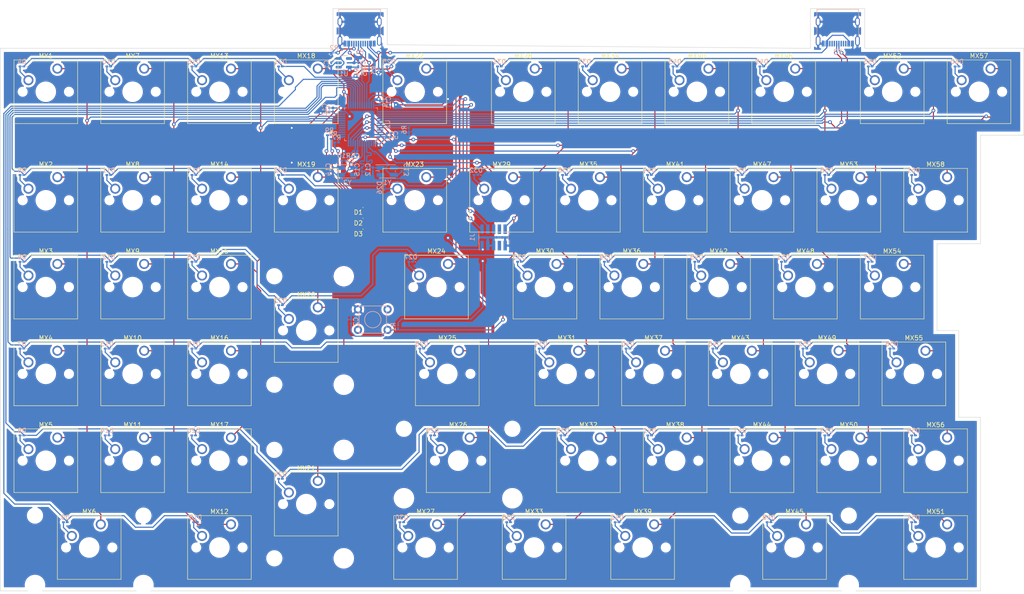
<source format=kicad_pcb>
(kicad_pcb (version 20221018) (generator pcbnew)
  (layers (0 "F.Cu" signal) (31 "B.Cu" signal) (34 "B.Paste" user) (35 "F.Paste" user) (36 "B.SilkS" user "B.Silkscreen") (37 "F.SilkS" user "F.Silkscreen") (38 "B.Mask" user) (39 "F.Mask" user) (44 "Edge.Cuts" user))
  (net 0 "")
  (net 1 "VUSB")
  (net 2 "GND")
  (net 3 "3.3V")
  (net 4 "~RESET")
  (net 5 "OSC32_IN")
  (net 6 "OSC32_OUT")
  (net 7 "OSC_IN")
  (net 8 "Net-(D1-A)")
  (net 9 "Net-(D2-A)")
  (net 10 "Net-(D3-A)")
  (net 11 "Net-(D4-A)")
  (net 12 "Net-(D5-A)")
  (net 13 "Net-(D6-A)")
  (net 14 "Net-(D7-A)")
  (net 15 "Net-(D8-A)")
  (net 16 "Net-(D9-A)")
  (net 17 "Net-(D10-A)")
  (net 18 "Net-(D11-A)")
  (net 19 "Net-(D12-A)")
  (net 20 "Net-(D13-A)")
  (net 21 "Net-(D14-A)")
  (net 22 "Net-(D15-A)")
  (net 23 "Net-(D16-A)")
  (net 24 "Net-(D17-A)")
  (net 25 "col5")
  (net 26 "Net-(D18-A)")
  (net 27 "Net-(D19-A)")
  (net 28 "Net-(D20-A)")
  (net 29 "Net-(D21-A)")
  (net 30 "Net-(D22-A)")
  (net 31 "Net-(D23-A)")
  (net 32 "Net-(D24-A)")
  (net 33 "Net-(D25-A)")
  (net 34 "Net-(D26-A)")
  (net 35 "Net-(D27-A)")
  (net 36 "Net-(D28-A)")
  (net 37 "Net-(D29-A)")
  (net 38 "Net-(D30-A)")
  (net 39 "Net-(D31-A)")
  (net 40 "Net-(D32-A)")
  (net 41 "Net-(D33-A)")
  (net 42 "Net-(D34-A)")
  (net 43 "Net-(D35-A)")
  (net 44 "Net-(D36-A)")
  (net 45 "Net-(D37-A)")
  (net 46 "Net-(D38-A)")
  (net 47 "Net-(D39-A)")
  (net 48 "Net-(D40-A)")
  (net 49 "Net-(D41-A)")
  (net 50 "Net-(D42-A)")
  (net 51 "Net-(D43-A)")
  (net 52 "Net-(D44-A)")
  (net 53 "Net-(D45-A)")
  (net 54 "Net-(D46-A)")
  (net 55 "Net-(D49-A)")
  (net 56 "Net-(D50-A)")
  (net 57 "Net-(D51-A)")
  (net 58 "Net-(D52-A)")
  (net 59 "Net-(D53-A)")
  (net 60 "Net-(D54-A)")
  (net 61 "Net-(D55-A)")
  (net 62 "Net-(D56-A)")
  (net 63 "Net-(D57-A)")
  (net 64 "Net-(D58-A)")
  (net 65 "Net-(D59-A)")
  (net 66 "Net-(D60-A)")
  (net 67 "SWDIO")
  (net 68 "SWCLK")
  (net 72 "col0")
  (net 73 "col1")
  (net 74 "col2")
  (net 75 "col3")
  (net 76 "col4")
  (net 77 "col6")
  (net 78 "col7")
  (net 79 "Net-(P1-CC)")
  (net 80 "Net-(P1-D+)")
  (net 81 "Net-(P1-D-)")
  (net 82 "Net-(P1-VCONN)")
  (net 84 "RX")
  (net 85 "TX")
  (net 87 "D-")
  (net 88 "D+")
  (net 89 "OSC_OUT")
  (net 90 "BOOT")
  (net 91 "LED1")
  (net 92 "LED2")
  (net 93 "LED3")
  (net 94 "row0")
  (net 95 "row1")
  (net 96 "row2")
  (net 97 "row3")
  (net 98 "row4")
  (net 99 "row5")
  (net 100 "Net-(D30-K)")
  (net 101 "Net-(D47-A)")
  (net 102 "Net-(D48-A)")
  (net 103 "Net-(D61-A)")
  (net 104 "col8")
  (net 105 "col9")
  (net 106 "col10")
  (net 111 "Net-(C14-Pad1)")
  (footprint "Button_Switch_Keyboard:SW_Cherry_MX_1.00u_PCB" (layer "F.Cu") (at 237.1725 86.995)
    (fp_text reference "MX54")
    (fp_text value "MX-NoLED")
  )
  (footprint "Button_Switch_Keyboard:SW_Cherry_MX_1.00u_PCB" (layer "F.Cu") (at 203.835 106.045)
    (fp_text reference "MX43")
    (fp_text value "MX-NoLED")
  )
  (footprint "Button_Switch_Keyboard:SW_Cherry_MX_1.50u_PCB" (layer "F.Cu") (at 137.16 86.995)
    (fp_text reference "MX24")
    (fp_text value "MX-NoLED")
  )
  (footprint "Button_Switch_Keyboard:SW_Cherry_MX_1.00u_PCB" (layer "F.Cu") (at 184.785 106.045)
    (fp_text reference "MX37")
    (fp_text value "MX-NoLED")
  )
  (footprint "Button_Switch_Keyboard:SW_Cherry_MX_2.00u_Vertical_PCB" (layer "F.Cu") (at 108.585 134.62)
    (fp_text reference "MX21")
    (fp_text value "MX-NoLED")
  )
  (footprint "Button_Switch_Keyboard:SW_Cherry_MX_1.00u_PCB" (layer "F.Cu") (at 165.735 106.045)
    (fp_text reference "MX31")
    (fp_text value "MX-NoLED")
  )
  (footprint "Button_Switch_Keyboard:SW_Cherry_MX_1.00u_PCB" (layer "F.Cu") (at 170.4975 125.095)
    (fp_text reference "MX32")
    (fp_text value "MX-NoLED")
  )
  (footprint "Button_Switch_Keyboard:SW_Cherry_MX_1.00u_PCB" (layer "F.Cu") (at 208.5975 125.095)
    (fp_text reference "MX44")
    (fp_text value "MX-NoLED")
  )
  (footprint "Button_Switch_Keyboard:SW_Cherry_MX_1.00u_PCB" (layer "F.Cu") (at 194.31 44.1325)
    (fp_text reference "MX40")
    (fp_text value "MX-NoLED")
  )
  (footprint "Button_Switch_Keyboard:SW_Cherry_MX_1.00u_PCB" (layer "F.Cu") (at 175.26 44.1325)
    (fp_text reference "MX34")
    (fp_text value "MX-NoLED")
  )
  (footprint "LED_SMD:LED_0201_0603Metric_Pad0.64x0.40mm_HandSolder" (layer "F.Cu") (at 117.475 76.99375 180)
    (fp_text reference "D2")
    (fp_text value "LED")
  )
  (footprint "Button_Switch_Keyboard:SW_Cherry_MX_1.00u_PCB" (layer "F.Cu") (at 89.535 44.1325)
    (fp_text reference "MX13")
    (fp_text value "MX-NoLED")
  )
  (footprint "Button_Switch_Keyboard:SW_Cherry_MX_1.00u_PCB" (layer "F.Cu") (at 227.6475 125.095)
    (fp_text reference "MX50")
    (fp_text value "MX-NoLED")
  )
  (footprint "Button_Switch_Keyboard:SW_Cherry_MX_1.00u_PCB" (layer "F.Cu") (at 51.435 44.1325)
    (fp_text reference "MX1")
    (fp_text value "MX-NoLED")
  )
  (footprint "Button_Switch_Keyboard:SW_Cherry_MX_1.25u_PCB" (layer "F.Cu") (at 158.59125 144.145)
    (fp_text reference "MX33")
    (fp_text value "MX-NoLED")
  )
  (footprint "Button_Switch_Keyboard:SW_Cherry_MX_2.00u_Vertical_PCB" (layer "F.Cu") (at 108.585 96.52)
    (fp_text reference "MX20")
    (fp_text value "MX-NoLED")
  )
  (footprint "Button_Switch_Keyboard:SW_Cherry_MX_1.00u_PCB" (layer "F.Cu") (at 132.3975 67.945)
    (fp_text reference "MX23")
    (fp_text value "MX-NoLED")
  )
  (footprint "Button_Switch_Keyboard:SW_Cherry_MX_1.00u_PCB" (layer "F.Cu") (at 237.1725 44.1325)
    (fp_text reference "MX52")
    (fp_text value "MX-NoLED")
  )
  (footprint "Button_Switch_Keyboard:SW_Cherry_MX_1.00u_PCB" (layer "F.Cu") (at 70.485 86.995)
    (fp_text reference "MX9")
    (fp_text value "MX-NoLED")
  )
  (footprint "Button_Switch_Keyboard:SW_Cherry_MX_1.00u_PCB" (layer "F.Cu") (at 160.9725 86.995)
    (fp_text reference "MX30")
    (fp_text value "MX-NoLED")
  )
  (footprint "Button_Switch_Keyboard:SW_Cherry_MX_1.00u_PCB" (layer "F.Cu") (at 51.435 125.095)
    (fp_text reference "MX5")
    (fp_text value "MX-NoLED")
  )
  (footprint "Button_Switch_Keyboard:SW_Cherry_MX_1.00u_PCB" (layer "F.Cu") (at 151.4475 67.945)
    (fp_text reference "MX29")
    (fp_text value "MX-NoLED")
  )
  (footprint "Button_Switch_Keyboard:SW_Cherry_MX_1.00u_PCB" (layer "F.Cu") (at 189.5475 67.945)
    (fp_text reference "MX41")
    (fp_text value "MX-NoLED")
  )
  (footprint "Button_Switch_Keyboard:SW_Cherry_MX_1.00u_PCB" (layer "F.Cu") (at 70.485 44.1325)
    (fp_text reference "MX7")
    (fp_text value "MX-NoLED")
  )
  (footprint "Button_Switch_Keyboard:SW_Cherry_MX_1.00u_PCB" (layer "F.Cu") (at 70.485 125.095)
    (fp_text reference "MX11")
    (fp_text value "MX-NoLED")
  )
  (footprint "Button_Switch_Keyboard:SW_Cherry_MX_1.00u_PCB" (layer "F.Cu") (at 51.435 86.995)
    (fp_text reference "MX3")
    (fp_text value "MX-NoLED")
  )
  (footprint "Button_Switch_Keyboard:SW_Cherry_MX_1.00u_PCB" (layer "F.Cu") (at 227.6475 67.945)
    (fp_text reference "MX53")
    (fp_text value "MX-NoLED")
  )
  (footprint "Button_Switch_Keyboard:SW_Cherry_MX_1.00u_PCB" (layer "F.Cu") (at 208.5975 67.945)
    (fp_text reference "MX47")
    (fp_text value "MX-NoLED")
  )
  (footprint "Button_Switch_Keyboard:SW_Cherry_MX_2.00u_PCB" (layer "F.Cu") (at 141.9225 125.095)
    (fp_text reference "MX26")
    (fp_text value "MX-NoLED")
  )
  (footprint "Button_Switch_Keyboard:SW_Cherry_MX_1.00u_PCB" (layer "F.Cu") (at 246.6975 125.095)
    (fp_text reference "MX56")
    (fp_text value "MX-NoLED")
  )
  (footprint "Button_Switch_Keyboard:SW_Cherry_MX_1.00u_PCB" (layer "F.Cu") (at 89.535 125.095)
    (fp_text reference "MX17")
    (fp_text value "MX-NoLED")
  )
  (footprint "Button_Switch_Keyboard:SW_Cherry_MX_1.00u_PCB" (layer "F.Cu") (at 189.5475 125.095)
    (fp_text reference "MX38")
    (fp_text value "MX-NoLED")
  )
  (footprint "Button_Switch_Keyboard:SW_Cherry_MX_1.00u_PCB" (layer "F.Cu") (at 241.935 106.045)
    (fp_text reference "MX55")
    (fp_text value "MX-NoLED")
  )
  (footprint "Button_Switch_Keyboard:SW_Cherry_MX_1.00u_PCB" (layer "F.Cu") (at 170.4975 67.945)
    (fp_text reference "MX35")
    (fp_text value "MX-NoLED")
  )
  (footprint "LED_SMD:LED_0201_0603Metric_Pad0.64x0.40mm_HandSolder" (layer "F.Cu") (at 117.475 74.6125 180)
    (fp_text reference "D1")
    (fp_text value "LED")
  )
  (footprint "Button_Switch_Keyboard:SW_Cherry_MX_1.75u_PCB" (layer "F.Cu") (at 139.54125 106.045)
    (fp_text reference "MX25")
    (fp_text value "MX-NoLED")
  )
  (footprint "Button_Switch_Keyboard:SW_Cherry_MX_1.00u_PCB" (layer "F.Cu") (at 199.0725 86.995)
    (fp_text reference "MX42")
    (fp_text value "MX-NoLED")
  )
  (footprint "Button_Switch_Keyboard:SW_Cherry_MX_1.00u_PCB" (layer "F.Cu") (at 51.435 106.045)
    (fp_text reference "MX4")
    (fp_text value "MX-NoLED")
  )
  (footprint "Button_Switch_Keyboard:SW_Cherry_MX_1.25u_PCB" (layer "F.Cu") (at 134.77875 144.145)
    (fp_text reference "MX27")
    (fp_text value "MX-NoLED")
  )
  (footprint "Button_Switch_Keyboard:SW_Cherry_MX_1.00u_PCB" (layer "F.Cu") (at 222.885 106.045)
    (fp_text reference "MX49")
    (fp_text value "MX-NoLED")
  )
  (footprint "Button_Switch_Keyboard:SW_Cherry_MX_1.00u_PCB" (layer "F.Cu") (at 108.585 44.1325)
    (fp_text reference "MX18")
    (fp_text value "MX-NoLED")
  )
  (footprint "Button_Switch_Keyboard:SW_Cherry_MX_2.00u_PCB" (layer "F.Cu") (at 60.96 144.145)
    (fp_text reference "MX6")
    (fp_text value "MX-NoLED")
  )
  (footprint "Button_Switch_Keyboard:SW_Cherry_MX_1.00u_PCB" (layer "F.Cu") (at 213.36 44.1325)
    (fp_text reference "MX46")
    (fp_text value "MX-NoLED")
  )
  (footprint "Button_Switch_Keyboard:SW_Cherry_MX_1.00u_PCB" (layer "F.Cu") (at 70.485 106.045)
    (fp_text reference "MX10")
    (fp_text value "MX-NoLED")
  )
  (footprint "Button_Switch_Keyboard:SW_Cherry_MX_1.00u_PCB" (layer "F.Cu") (at 108.585 67.945)
    (fp_text reference "MX19")
    (fp_text value "MX-NoLED")
  )
  (footprint "LED_SMD:LED_0201_0603Metric_Pad0.64x0.40mm_HandSolder" (layer "F.Cu") (at 117.475 79.375 180)
    (fp_text reference "D3")
    (fp_text value "LED")
  )
  (footprint "Button_Switch_Keyboard:SW_Cherry_MX_1.00u_PCB" (layer "F.Cu") (at 180.0225 86.995)
    (fp_text reference "MX36")
    (fp_text value "MX-NoLED")
  )
  (footprint "Button_Switch_Keyboard:SW_Cherry_MX_1.00u_PCB" (layer "F.Cu") (at 256.2225 44.1325)
    (fp_text reference "MX57")
    (fp_text value "MX-NoLED")
  )
  (footprint "Button_Switch_Keyboard:SW_Cherry_MX_1.00u_PCB" (layer "F.Cu") (at 246.6975 144.145)
    (fp_text reference "MX51")
    (fp_text value "MX-NoLED")
  )
  (footprint "Button_Switch_Keyboard:SW_Cherry_MX_1.00u_PCB" (layer "F.Cu") (at 89.535 144.145)
    (fp_text reference "MX12")
    (fp_text value "MX-NoLED")
  )
  (footprint "Button_Switch_Keyboard:SW_Cherry_MX_1.00u_PCB" (layer "F.Cu") (at 89.535 67.945)
    (fp_text reference "MX14")
    (fp_text value "MX-NoLED")
  )
  (footprint "Button_Switch_Keyboard:SW_Cherry_MX_1.00u_PCB" (layer "F.Cu") (at 89.535 106.045)
    (fp_text reference "MX16")
    (fp_text value "MX-NoLED")
  )
  (footprint "Button_Switch_Keyboard:SW_Cherry_MX_1.25u_PCB" (layer "F.Cu") (at 182.40375 144.145)
    (fp_text reference "MX39")
    (fp_text value "MX-NoLED")
  )
  (footprint "Button_Switch_Keyboard:SW_Cherry_MX_1.00u_PCB" (layer "F.Cu") (at 89.535 86.995)
    (fp_text reference "MX15")
    (fp_text value "MX-NoLED")
  )
  (footprint "Button_Switch_Keyboard:SW_Cherry_MX_1.00u_PCB" (layer "F.Cu") (at 246.6975 67.945)
    (fp_text reference "MX58")
    (fp_text value "MX-NoLED")
  )
  (footprint "Button_Switch_Keyboard:SW_Cherry_MX_1.00u_PCB" (layer "F.Cu") (at 132.3975 44.1325)
    (fp_text reference "MX22")
    (fp_text value "MX-NoLED")
  )
  (footprint "Button_Switch_Keyboard:SW_Cherry_MX_1.00u_PCB" (layer "F.Cu") (at 156.21 44.1325)
    (fp_text reference "MX28")
    (fp_text value "MX-NoLED")
  )
  (footprint "Button_Switch_Keyboard:SW_Cherry_MX_1.00u_PCB" (layer "F.Cu") (at 51.435 67.945)
    (fp_text reference "MX2")
    (fp_text value "MX-NoLED")
  )
  (footprint "Button_Switch_Keyboard:SW_Cherry_MX_1.00u_PCB" (layer "F.Cu") (at 218.1225 86.995)
    (fp_text reference "MX48")
    (fp_text value "MX-NoLED")
  )
  (footprint "Button_Switch_Keyboard:SW_Cherry_MX_1.00u_PCB" (layer "F.Cu") (at 70.485 67.945)
    (fp_text reference "MX8")
    (fp_text value "MX-NoLED")
  )
  (footprint "Button_Switch_Keyboard:SW_Cherry_MX_2.25u_PCB" (layer "F.Cu") (at 215.74125 144.145)
    (fp_text reference "MX45")
    (fp_text value "MX-NoLED")
  )
  (footprint "Diode_SMD:D_0201_0603Metric_Pad0.64x0.40mm_HandSolder" (layer "B.Cu") (at 220.27625 124.61875 180)
    (fp_text reference "D53")
    (fp_text value "D")
  )
  (footprint "Diode_SMD:D_0201_0603Metric_Pad0.64x0.40mm_HandSolder" (layer "B.Cu") (at 133.7825 124.61875 180)
    (fp_text reference "D29")
    (fp_text value "D")
  )
  (footprint "Diode_SMD:D_0201_0603Metric_Pad0.64x0.40mm_HandSolder" (layer "B.Cu") (at 207.60125 143.66875 180)
    (fp_text reference "D48")
    (fp_text value "D")
  )
  (footprint "Capacitor_SMD:C_0201_0603Metric_Pad0.64x0.40mm_HandSolder" (layer "B.Cu") (at 127 66.28875 90)
    (fp_text reference "C13")
    (fp_text value "10pF")
  )
  (footprint "Diode_SMD:D_0201_0603Metric_Pad0.64x0.40mm_HandSolder" (layer "B.Cu") (at 81.75625 143.66875 180)
    (fp_text reference "D15")
    (fp_text value "D")
  )
  (footprint "Diode_SMD:D_0201_0603Metric_Pad0.64x0.40mm_HandSolder" (layer "B.Cu") (at 162.71875 67.46875 180)
    (fp_text reference "D38")
    (fp_text value "D")
  )
  (footprint "Diode_SMD:D_0201_0603Metric_Pad0.64x0.40mm_HandSolder" (layer "B.Cu") (at 143.3075 67.46875 180)
    (fp_text reference "D32")
    (fp_text value "D")
  )
  (footprint "Diode_SMD:D_0201_0603Metric_Pad0.64x0.40mm_HandSolder" (layer "B.Cu") (at 62.345 105.56875 180)
    (fp_text reference "D13")
    (fp_text value "D")
  )
  (footprint "Diode_SMD:D_0201_0603Metric_Pad0.64x0.40mm_HandSolder" (layer "B.Cu") (at 215.4675 105.56875 180)
    (fp_text reference "D52")
    (fp_text value "D")
  )
  (footprint "Diode_SMD:D_0201_0603Metric_Pad0.64x0.40mm_HandSolder" (layer "B.Cu") (at 123.19 70.2575 -90)
    (fp_text reference "D26")
    (fp_text value "D")
  )
  (footprint "Diode_SMD:D_0201_0603Metric_Pad0.64x0.40mm_HandSolder" (layer "B.Cu") (at 176.645 105.56875 180)
    (fp_text reference "D40")
    (fp_text value "D")
  )
  (footprint "Diode_SMD:D_0201_0603Metric_Pad0.64x0.40mm_HandSolder" (layer "B.Cu") (at 124.21125 43.65625 180)
    (fp_text reference "D25")
    (fp_text value "D")
  )
  (footprint "Diode_SMD:D_0201_0603Metric_Pad0.64x0.40mm_HandSolder" (layer "B.Cu") (at 157.595 105.56875 180)
    (fp_text reference "D34")
    (fp_text value "D")
  )
  (footprint "Capacitor_SMD:C_0201_0603Metric_Pad0.64x0.40mm_HandSolder" (layer "B.Cu") (at 117.475 43.24875 90)
    (fp_text reference "C3")
    (fp_text value "2.2uF")
  )
  (footprint "Diode_SMD:D_0201_0603Metric_Pad0.64x0.40mm_HandSolder" (layer "B.Cu") (at 148.43125 43.65625 180)
    (fp_text reference "D31")
    (fp_text value "D")
  )
  (footprint "Diode_SMD:D_0201_0603Metric_Pad0.64x0.40mm_HandSolder" (layer "B.Cu") (at 181.36125 67.46875 180)
    (fp_text reference "D44")
    (fp_text value "D")
  )
  (footprint "Diode_SMD:D_0201_0603Metric_Pad0.64x0.40mm_HandSolder" (layer "B.Cu") (at 100.39875 96.04375 180)
    (fp_text reference "D23")
    (fp_text value "D")
  )
  (footprint "Capacitor_SMD:C_0201_0603Metric_Pad0.64x0.40mm_HandSolder" (layer "B.Cu") (at 111.125 53.18125 -90)
    (fp_text reference "C10")
    (fp_text value "4.7uF")
  )
  (footprint "Diode_SMD:D_0201_0603Metric_Pad0.64x0.40mm_HandSolder" (layer "B.Cu") (at 62.70625 43.65625 180)
    (fp_text reference "D10")
    (fp_text value "D")
  )
  (footprint "Diode_SMD:D_0201_0603Metric_Pad0.64x0.40mm_HandSolder" (layer "B.Cu") (at 131.40125 105.56875 180)
    (fp_text reference "D28")
    (fp_text value "D")
  )
  (footprint "Resistor_SMD:R_0201_0603Metric_Pad0.64x0.40mm_HandSolder" (layer "B.Cu") (at 111.125 58.7375 180)
    (fp_text reference "R9")
    (fp_text value "2k")
  )
  (footprint "Capacitor_SMD:C_0201_0603Metric_Pad0.64x0.40mm_HandSolder" (layer "B.Cu") (at 124.61875 58.7375 90)
    (fp_text reference "C5")
    (fp_text value "0.1uF")
  )
  (footprint "Diode_SMD:D_0201_0603Metric_Pad0.64x0.40mm_HandSolder" (layer "B.Cu") (at 53.18125 143.66875 180)
    (fp_text reference "D9")
    (fp_text value "D")
  )
  (footprint "Resistor_SMD:R_0201_0603Metric_Pad0.64x0.40mm_HandSolder" (layer "B.Cu") (at 118.26875 44.83625 -90)
    (fp_text reference "R4")
    (fp_text value "22")
  )
  (footprint "Capacitor_SMD:C_0201_0603Metric_Pad0.64x0.40mm_HandSolder" (layer "B.Cu") (at 120.65 66.28875 -90)
    (fp_text reference "C12")
    (fp_text value "10pF")
  )
  (footprint "Diode_SMD:D_0201_0603Metric_Pad0.64x0.40mm_HandSolder" (layer "B.Cu") (at 195.695 105.56875 180)
    (fp_text reference "D46")
    (fp_text value "D")
  )
  (footprint "Resistor_SMD:R_0201_0603Metric_Pad0.64x0.40mm_HandSolder" (layer "B.Cu") (at 126.20625 100.80625 -90)
    (fp_text reference "R1")
    (fp_text value "4.7K")
  )
  (footprint "Connector_PinSocket_1.27mm:PinSocket_2x05_P1.27mm_Vertical_SMD" (layer "B.Cu") (at 147.16125 81.175 -90)
    (fp_text reference "J1")
    (fp_text value "Conn_ARM_JTAG_SWD_10")
  )
  (footprint "Diode_SMD:D_0201_0603Metric_Pad0.64x0.40mm_HandSolder" (layer "B.Cu") (at 239.32625 124.61875 180)
    (fp_text reference "D59")
    (fp_text value "D")
  )
  (footprint "Diode_SMD:D_0201_0603Metric_Pad0.64x0.40mm_HandSolder" (layer "B.Cu") (at 229.80125 86.51875 180)
    (fp_text reference "D57")
    (fp_text value "D")
  )
  (footprint "Diode_SMD:D_0201_0603Metric_Pad0.64x0.40mm_HandSolder" (layer "B.Cu") (at 81.395 67.46875 180)
    (fp_text reference "D17")
    (fp_text value "D")
  )
  (footprint "Oscillator:Oscillator_SMD_EuroQuartz_XO32-4Pin_3.2x2.5mm_HandSoldering" (layer "B.Cu") (at 115.09375 66.675)
    (fp_text reference "Y2")
    (fp_text value "8MHz")
  )
  (footprint "Diode_SMD:D_0201_0603Metric_Pad0.64x0.40mm_HandSolder" (layer "B.Cu") (at 81.395 105.56875 180)
    (fp_text reference "D19")
    (fp_text value "D")
  )
  (footprint "Diode_SMD:D_0201_0603Metric_Pad0.64x0.40mm_HandSolder" (layer "B.Cu") (at 191.72625 86.51875 180)
    (fp_text reference "D45")
    (fp_text value "D")
  )
  (footprint "Resistor_SMD:R_0201_0603Metric_Pad0.64x0.40mm_HandSolder" (layer "B.Cu") (at 121.92 44.45 -90)
    (fp_text reference "R3")
    (fp_text value "5.1K")
  )
  (footprint "Diode_SMD:D_0201_0603Metric_Pad0.64x0.40mm_HandSolder" (layer "B.Cu") (at 81.34875 124.61875 180)
    (fp_text reference "D20")
    (fp_text value "D")
  )
  (footprint "Package_TO_SOT_SMD:SOT-23-5" (layer "B.Cu") (at 114.3 42.8625)
    (fp_text reference "U1")
    (fp_text value "AP2204K-3.3")
  )
  (footprint "random-keyboard-parts:PushButton_6x6mm_TH_Pretty" (layer "B.Cu") (at 120.65 99.21875 180)
    (fp_text reference "SW1")
    (fp_text value "SW_Push")
  )
  (footprint "Diode_SMD:D_0201_0603Metric_Pad0.64x0.40mm_HandSolder" (layer "B.Cu") (at 43.65625 105.56875 180)
    (fp_text reference "D7")
    (fp_text value "D")
  )
  (footprint "Oscillator:Oscillator_SMD_EuroQuartz_XO32-4Pin_3.2x2.5mm_HandSoldering" (layer "B.Cu") (at 123.825 66.675)
    (fp_text reference "Y1")
    (fp_text value "32.768KHz")
  )
  (footprint "Diode_SMD:D_0201_0603Metric_Pad0.64x0.40mm_HandSolder" (layer "B.Cu") (at 234.56375 105.56875 180)
    (fp_text reference "D58")
    (fp_text value "D")
  )
  (footprint "Diode_SMD:D_0201_0603Metric_Pad0.64x0.40mm_HandSolder" (layer "B.Cu") (at 100.39875 67.46875 180)
    (fp_text reference "D22")
    (fp_text value "D")
  )
  (footprint "Diode_SMD:D_0201_0603Metric_Pad0.64x0.40mm_HandSolder" (layer "B.Cu") (at 162.3575 124.61875 180)
    (fp_text reference "D35")
    (fp_text value "D")
  )
  (footprint "Resistor_SMD:R_0201_0603Metric_Pad0.64x0.40mm_HandSolder" (layer "B.Cu") (at 114.3 64.29375 180)
    (fp_text reference "R10")
    (fp_text value "390")
  )
  (footprint "Diode_SMD:D_0201_0603Metric_Pad0.64x0.40mm_HandSolder" (layer "B.Cu") (at 43.65625 67.46875 180)
    (fp_text reference "D5")
    (fp_text value "D")
  )
  (footprint "Diode_SMD:D_0201_0603Metric_Pad0.64x0.40mm_HandSolder" (layer "B.Cu") (at 43.65625 124.61875 180)
    (fp_text reference "D8")
    (fp_text value "D")
  )
  (footprint "Diode_SMD:D_0201_0603Metric_Pad0.64x0.40mm_HandSolder" (layer "B.Cu") (at 150.45125 143.66875 180)
    (fp_text reference "D36")
    (fp_text value "D")
  )
  (footprint "Diode_SMD:D_0201_0603Metric_Pad0.64x0.40mm_HandSolder" (layer "B.Cu") (at 229.80125 43.65625 180)
    (fp_text reference "D55")
    (fp_text value "D")
  )
  (footprint "Diode_SMD:D_0201_0603Metric_Pad0.64x0.40mm_HandSolder" (layer "B.Cu") (at 100.39875 43.65625 180)
    (fp_text reference "D21")
    (fp_text value "D")
  )
  (footprint "Diode_SMD:D_0201_0603Metric_Pad0.64x0.40mm_HandSolder" (layer "B.Cu") (at 81.395 43.65625 180)
    (fp_text reference "D16")
    (fp_text value "D")
  )
  (footprint "Diode_SMD:D_0201_0603Metric_Pad0.64x0.40mm_HandSolder" (layer "B.Cu") (at 100.39875 134.14375 180)
    (fp_text reference "D24")
    (fp_text value "D")
  )
  (footprint "Diode_SMD:D_0201_0603Metric_Pad0.64x0.40mm_HandSolder" (layer "B.Cu") (at 152.8325 86.51875 180)
    (fp_text reference "D33")
    (fp_text value "D")
  )
  (footprint "Capacitor_SMD:C_0201_0603Metric_Pad0.64x0.40mm_HandSolder" (layer "B.Cu") (at 123.03125 51.59375 90)
    (fp_text reference "C11")
    (fp_text value "1uF")
  )
  (footprint "Diode_SMD:D_0201_0603Metric_Pad0.64x0.40mm_HandSolder" (layer "B.Cu") (at 62.70625 67.46875 180)
    (fp_text reference "D11")
    (fp_text value "D")
  )
  (footprint "Diode_SMD:D_0201_0603Metric_Pad0.64x0.40mm_HandSolder" (layer "B.Cu") (at 186.96375 43.65625 180)
    (fp_text reference "D43")
    (fp_text value "D")
  )
  (footprint "Diode_SMD:D_0201_0603Metric_Pad0.64x0.40mm_HandSolder" (layer "B.Cu") (at 128.97375 86.51875 180)
    (fp_text reference "D27")
    (fp_text value "D")
  )
  (footprint "Diode_SMD:D_0201_0603Metric_Pad0.64x0.40mm_HandSolder" (layer "B.Cu") (at 171.8825 86.51875 180)
    (fp_text reference "D39")
    (fp_text value "D")
  )
  (footprint "Capacitor_SMD:C_0201_0603Metric_Pad0.64x0.40mm_HandSolder" (layer "B.Cu") (at 118.26875 66.28875 -90)
    (fp_text reference "C15")
    (fp_text value "20pF")
  )
  (footprint "Diode_SMD:D_0201_0603Metric_Pad0.64x0.40mm_HandSolder" (layer "B.Cu") (at 201.25125 67.46875 180)
    (fp_text reference "D50")
    (fp_text value "D")
  )
  (footprint "Capacitor_SMD:C_0201_0603Metric_Pad0.64x0.40mm_HandSolder" (layer "B.Cu") (at 122.2375 51.59375 90)
    (fp_text reference "C9")
    (fp_text value "4.7uF")
  )
  (footprint "Diode_SMD:D_0201_0603Metric_Pad0.64x0.40mm_HandSolder" (layer "B.Cu") (at 167.12 43.65625 180)
    (fp_text reference "D37")
    (fp_text value "D")
  )
  (footprint "Resistor_SMD:R_0201_0603Metric_Pad0.64x0.40mm_HandSolder" (layer "B.Cu") (at 112.1675 40.64 180)
    (fp_text reference "R2")
    (fp_text value "5.1K")
  )
  (footprint "Connector_USB:USB_C_Receptacle_G-Switch_GT-USB-7010ASV" (layer "B.Cu") (at 222.6925 34.925)
    (fp_text reference "P2")
    (fp_text value "USB_C_Plug_USB2.0")
  )
  (footprint "Diode_SMD:D_0201_0603Metric_Pad0.64x0.40mm_HandSolder" (layer "B.Cu") (at 43.65625 86.51875 180)
    (fp_text reference "D6")
    (fp_text value "D")
  )
  (footprint "Capacitor_SMD:C_0201_0603Metric_Pad0.64x0.40mm_HandSolder" (layer "B.Cu") (at 115.8875 99.62625 90)
    (fp_text reference "C2")
    (fp_text value "0.1uF")
  )
  (footprint "Diode_SMD:D_0201_0603Metric_Pad0.64x0.40mm_HandSolder" (layer "B.Cu") (at 239.32625 143.66875 180)
    (fp_text reference "D54")
    (fp_text value "D")
  )
  (footprint "Diode_SMD:D_0201_0603Metric_Pad0.64x0.40mm_HandSolder" (layer "B.Cu") (at 62.345 124.61875 180)
    (fp_text reference "D14")
    (fp_text value "D")
  )
  (footprint "Capacitor_SMD:C_0201_0603Metric_Pad0.64x0.40mm_HandSolder" (layer "B.Cu") (at 123.825 58.7375 90)
    (fp_text reference "C7")
    (fp_text value "0.1uF")
  )
  (footprint "Diode_SMD:D_0201_0603Metric_Pad0.64x0.40mm_HandSolder" (layer "B.Cu") (at 239.32625 67.46875 180)
    (fp_text reference "D61")
    (fp_text value "D")
  )
  (footprint "Resistor_SMD:R_0201_0603Metric_Pad0.64x0.40mm_HandSolder" (layer "B.Cu") (at 111.91875 59.53125 180)
    (fp_text reference "R8")
    (fp_text value "2k")
  )
  (footprint "Capacitor_SMD:C_0201_0603Metric_Pad0.64x0.40mm_HandSolder" (layer "B.Cu") (at 111.91875 53.18125 -90)
    (fp_text reference "C8")
    (fp_text value "0.1uF")
  )
  (footprint "Capacitor_SMD:C_0201_0603Metric_Pad0.64x0.40mm_HandSolder" (layer "B.Cu") (at 111.91875 66.28875 -90)
    (fp_text reference "C14")
    (fp_text value "20pF")
  )
  (footprint "Diode_SMD:D_0201_0603Metric_Pad0.64x0.40mm_HandSolder" (layer "B.Cu") (at 206.01375 43.65625 180)
    (fp_text reference "D49")
    (fp_text value "D")
  )
  (footprint "Diode_SMD:D_0201_0603Metric_Pad0.64x0.40mm_HandSolder" (layer "B.Cu") (at 81.395 86.51875 180)
    (fp_text reference "D18")
    (fp_text value "D")
  )
  (footprint "Diode_SMD:D_0201_0603Metric_Pad0.64x0.40mm_HandSolder" (layer "B.Cu") (at 248.85125 43.65625 180)
    (fp_text reference "D60")
    (fp_text value "D")
  )
  (footprint "Capacitor_SMD:C_0201_0603Metric_Pad0.64x0.40mm_HandSolder" (layer "B.Cu") (at 116.84 62.23)
    (fp_text reference "C6")
    (fp_text value "10nF")
  )
  (footprint "Package_QFP:LQFP-48_7x7mm_P0.5mm" (layer "B.Cu") (at 118.075 56.35625 90)
    (fp_text reference "U2")
    (fp_text value "STM32F072CBTx" hide)
  )
  (footprint "Diode_SMD:D_0201_0603Metric_Pad0.64x0.40mm_HandSolder" (layer "B.Cu") (at 43.65625 43.65625 180)
    (fp_text reference "D4")
    (fp_text value "D")
  )
  (footprint "Connector_USB:USB_C_Receptacle_G-Switch_GT-USB-7010ASV" (layer "B.Cu") (at 117.76 34.925)
    (fp_text reference "P1")
    (fp_text value "USB_C_Plug_USB2.0")
  )
  (footprint "Diode_SMD:D_0201_0603Metric_Pad0.64x0.40mm_HandSolder" (layer "B.Cu") (at 220.27625 67.46875 180)
    (fp_text reference "D56")
    (fp_text value "D")
  )
  (footprint "Diode_SMD:D_0201_0603Metric_Pad0.64x0.40mm_HandSolder" (layer "B.Cu") (at 174.26375 143.66875 180)
    (fp_text reference "D42")
    (fp_text value "D")
  )
  (footprint "Diode_SMD:D_0201_0603Metric_Pad0.64x0.40mm_HandSolder" (layer "B.Cu") (at 62.70625 86.51875 180)
    (fp_text reference "D12")
    (fp_text value "D")
  )
  (footprint "Diode_SMD:D_0201_0603Metric_Pad0.64x0.40mm_HandSolder" (layer "B.Cu") (at 210.75125 86.51875 180)
    (fp_text reference "D51")
    (fp_text value "D")
  )
  (footprint "Capacitor_SMD:C_0201_0603Metric_Pad0.64x0.40mm_HandSolder" (layer "B.Cu") (at 115.57 63.5)
    (fp_text reference "C4")
    (fp_text value "1uF")
  )
  (footprint "Resistor_SMD:R_0201_0603Metric_Pad0.64x0.40mm_HandSolder" (layer "B.Cu") (at 128.5875 57.5575 -90)
    (fp_text reference "R6")
    (fp_text value "100K")
  )
  (footprint "Resistor_SMD:R_0201_0603Metric_Pad0.64x0.40mm_HandSolder" (layer "B.Cu") (at 119.85625 44.83625 -90)
    (fp_text reference "R5")
    (fp_text value "22")
  )
  (footprint "Diode_SMD:D_0201_0603Metric_Pad0.64x0.40mm_HandSolder" (layer "B.Cu") (at 181.4075 124.61875 180)
    (fp_text reference "D41")
    (fp_text value "D")
  )
  (footprint "Diode_SMD:D_0201_0603Metric_Pad0.64x0.40mm_HandSolder" (layer "B.Cu") (at 127 143.66875 180)
    (fp_text reference "D30")
    (fp_text value "D")
  )
  (footprint "Resistor_SMD:R_0201_0603Metric_Pad0.64x0.40mm_HandSolder" (layer "B.Cu") (at 112.7125 60.325 180)
    (fp_text reference "R7")
    (fp_text value "2k")
  )
  (footprint "Diode_SMD:D_0201_0603Metric_Pad0.64x0.40mm_HandSolder" (layer "B.Cu") (at 201.25125 124.61875 180)
    (fp_text reference "D47")
    (fp_text value "D")
  )
  (footprint "Capacitor_SMD:C_0201_0603Metric_Pad0.64x0.40mm_HandSolder" (layer "B.Cu") (at 111.5325 43.24875 -90)
    (fp_text reference "C1")
    (fp_text value "1uF")
  )
  (gr_line (start 111.91875 30.95625) (end 111.91875 39.6875) (stroke (width 0.1)) (layer "Edge.Cuts"))
  (gr_line (start 38.89375 158.75) (end 254 158.75) (stroke (width 0.1)) (layer "Edge.Cuts"))
  (gr_line (start 217.4875 30.95625) (end 216.69375 30.95625) (stroke (width 0.1)) (layer "Edge.Cuts"))
  (gr_line (start 228.6 30.95625) (end 217.4875 30.95625) (stroke (width 0.1)) (layer "Edge.Cuts"))
  (gr_line (start 123.825 30.95625) (end 111.91875 30.95625) (stroke (width 0.1)) (layer "Edge.Cuts"))
  (gr_line (start 244.475 101.6) (end 244.475 82.55) (stroke (width 0.1)) (layer "Edge.Cuts"))
  (gr_line (start 244.475 82.55) (end 254 82.55) (stroke (width 0.1)) (layer "Edge.Cuts"))
  (gr_line (start 249.2375 101.6) (end 244.475 101.6) (stroke (width 0.1)) (layer "Edge.Cuts"))
  (gr_line (start 254 82.55) (end 254 63.5) (stroke (width 0.1)) (layer "Edge.Cuts"))
  (gr_line (start 254 120.65) (end 249.2375 120.65) (stroke (width 0.1)) (layer "Edge.Cuts"))
  (gr_line (start 263.525 58.7375) (end 263.525 39.6875) (stroke (width 0.1)) (layer "Edge.Cuts"))
  (gr_line (start 254 63.5) (end 254 58.7375) (stroke (width 0.1)) (layer "Edge.Cuts"))
  (gr_line (start 254 158.75) (end 254 120.65) (stroke (width 0.1)) (layer "Edge.Cuts"))
  (gr_line (start 254 58.7375) (end 263.525 58.7375) (stroke (width 0.1)) (layer "Edge.Cuts"))
  (gr_line (start 111.91875 39.6875) (end 38.89375 39.6875) (stroke (width 0.1)) (layer "Edge.Cuts"))
  (gr_line (start 216.69375 39.6875) (end 123.825 38.89375) (stroke (width 0.1)) (layer "Edge.Cuts"))
  (gr_line (start 249.2375 120.65) (end 249.2375 101.6) (stroke (width 0.1)) (layer "Edge.Cuts"))
  (gr_line (start 216.69375 30.95625) (end 216.69375 39.6875) (stroke (width 0.1)) (layer "Edge.Cuts"))
  (gr_line (start 263.525 39.6875) (end 228.6 39.6875) (stroke (width 0.1)) (layer "Edge.Cuts"))
  (gr_line (start 38.89375 39.6875) (end 38.89375 158.75) (stroke (width 0.1)) (layer "Edge.Cuts"))
  (gr_line (start 228.6 39.6875) (end 228.6 30.95625) (stroke (width 0.1)) (layer "Edge.Cuts"))
  (gr_line (start 123.825 38.89375) (end 123.825 30.95625) (stroke (width 0.1)) (layer "Edge.Cuts"))
  (segment (start 118.5175 43.5875) (end 120.2425 43.5875) (width 0.25) (layer "F.Cu") (net 1))
  (segment (start 120.2425 43.5875) (end 121.92 41.91) (width 0.25) (layer "F.Cu") (net 1))
  (segment (start 124.46 40.64) (end 121.92 40.64) (width 0.25) (layer "F.Cu") (net 1))
  (segment (start 115.57 40.64) (end 118.5175 43.5875) (width 0.25) (layer "F.Cu") (net 1))
  (segment (start 121.92 41.91) (end 121.92 40.64) (width 0.25) (layer "F.Cu") (net 1))
  (via (at 121.92 40.64) (size 0.8) (drill 0.4) (layers "F.Cu" "B.Cu") (net 1))
  (via (at 115.57 40.64) (size 0.8) (drill 0.4) (layers "F.Cu" "B.Cu") (net 1))
  (via (at 124.46 40.64) (size 0.8) (drill 0.4) (layers "F.Cu" "B.Cu") (net 1))
  (segment (start 121.28 40.64) (end 120.16 39.52) (width 0.25) (layer "B.Cu") (net 1))
  (segment (start 113.546751 43.8125) (end 113.1625 43.8125) (width 0.25) (layer "B.Cu") (net 1))
  (segment (start 113.1625 41.9125) (end 115.36 39.715) (width 0.25) (layer "B.Cu") (net 1))
  (segment (start 113.1625 41.9125) (end 113.546751 41.9125) (width 0.25) (layer "B.Cu") (net 1))
  (segment (start 112.46125 41.9125) (end 113.1625 41.9125) (width 0.25) (layer "B.Cu") (net 1))
  (segment (start 223.892551 36.83) (end 225.0925 38.029949) (width 0.25) (layer "B.Cu") (net 1))
  (segment (start 219.1725 40.64) (end 124.46 40.64) (width 0.25) (layer "B.Cu") (net 1))
  (segment (start 225.0925 38.029949) (end 225.0925 38.65) (width 0.25) (layer "B.Cu") (net 1))
  (segment (start 220.2925 38.65) (end 220.2925 38.029949) (width 0.25) (layer "B.Cu") (net 1))
  (segment (start 220.2925 38.65) (end 220.2925 39.52) (width 0.25) (layer "B.Cu") (net 1))
  (segment (start 121.92 40.64) (end 121.28 40.64) (width 0.25) (layer "B.Cu") (net 1))
  (segment (start 115.57 39.925) (end 115.57 40.64) (width 0.25) (layer "B.Cu") (net 1))
  (segment (start 120.16 39.52) (end 120.16 38.65) (width 0.25) (layer "B.Cu") (net 1))
  (segment (start 114.3 42.665749) (end 114.3 43.059251) (width 0.25) (layer "B.Cu") (net 1))
  (segment (start 113.546751 41.9125) (end 114.3 42.665749) (width 0.25) (layer "B.Cu") (net 1))
  (segment (start 220.2925 39.52) (end 219.1725 40.64) (width 0.25) (layer "B.Cu") (net 1))
  (segment (start 220.2925 38.029949) (end 221.492449 36.83) (width 0.25) (layer "B.Cu") (net 1))
  (segment (start 111.5325 42.84125) (end 112.46125 41.9125) (width 0.25) (layer "B.Cu") (net 1))
  (segment (start 114.3 43.059251) (end 113.546751 43.8125) (width 0.25) (layer "B.Cu") (net 1))
  (segment (start 115.36 39.715) (end 115.57 39.925) (width 0.25) (layer "B.Cu") (net 1))
  (segment (start 115.36 39.715) (end 115.36 38.65) (width 0.25) (layer "B.Cu") (net 1))
  (segment (start 221.492449 36.83) (end 223.892551 36.83) (width 0.25) (layer "B.Cu") (net 1))
  (segment (start 109.22 53.88175) (end 105.95175 57.15) (width 0.25) (layer "F.Cu") (net 2))
  (segment (start 121.92 50.8) (end 121.92 44.9595) (width 0.25) (layer "F.Cu") (net 2))
  (segment (start 135.89 52.07) (end 137.16 50.8) (width 0.25) (layer "F.Cu") (net 2))
  (segment (start 116.84 63.5) (end 115.57 64.77) (width 0.25) (layer "F.Cu") (net 2))
  (segment (start 105.95175 57.15) (end 102.87 57.15) (width 0.25) (layer "F.Cu") (net 2))
  (segment (start 115.57 64.77) (end 115.57 66.04) (width 0.25) (layer "F.Cu") (net 2))
  (segment (start 125.73 52.07) (end 135.89 52.07) (width 0.25) (layer "F.Cu") (net 2))
  (via (at 137.16 50.8) (size 0.8) (drill 0.4) (layers "F.Cu" "B.Cu") (net 2))
  (via (at 125.73 52.07) (size 0.8) (drill 0.4) (layers "F.Cu" "B.Cu") (net 2))
  (via (at 116.84 63.5) (size 0.8) (drill 0.4) (layers "F.Cu" "B.Cu") (net 2))
  (via (at 121.92 50.8) (size 0.8) (drill 0.4) (layers "F.Cu" "B.Cu") (net 2))
  (via (at 109.22 53.88175) (size 0.8) (drill 0.4) (layers "F.Cu" "B.Cu") (net 2))
  (via (at 121.92 44.9595) (size 0.8) (drill 0.4) (layers "F.Cu" "B.Cu") (net 2))
  (via (at 102.87 64.77) (size 0.8) (drill 0.4) (layers "F.Cu" "B.Cu") (net 2))
  (via (at 115.57 66.04) (size 0.8) (drill 0.4) (layers "F.Cu" "B.Cu") (net 2))
  (via (at 102.87 57.15) (size 0.8) (drill 0.4) (layers "F.Cu" "B.Cu") (net 2))
  (segment (start 119.439781 58.60625) (end 122.2375 58.60625) (width 0.25) (layer "B.Cu") (net 2))
  (segment (start 117.325 59.449695) (end 118.310936 58.463759) (width 0.25) (layer "B.Cu") (net 2))
  (segment (start 122.2375 51.18625) (end 122.2375 51.1175) (width 0.25) (layer "B.Cu") (net 2))
  (segment (start 113.64375 67.45) (end 112.6725 67.45) (width 0.25) (layer "B.Cu") (net 2))
  (segment (start 111.91875 66.69625) (end 111.815209 66.69625) (width 0.25) (layer "B.Cu") (net 2))
  (segment (start 119.29729 58.463759) (end 119.439781 58.60625) (width 0.25) (layer "B.Cu") (net 2))
  (segment (start 117.325 60.51875) (end 117.325 59.449695) (width 0.25) (layer "B.Cu") (net 2))
  (segment (start 128.2225 58.33) (end 128.5875 57.965) (width 0.25) (layer "B.Cu") (net 2))
  (segment (start 122.645 44.236041) (end 122.645 38.615) (width 0.25) (layer "B.Cu") (net 2))
  (segment (start 127.262291 66.04) (end 127 66.04) (width 0.25) (layer "B.Cu") (net 2))
  (segment (start 123.03125 51.18625) (end 123.095 51.25) (width 0.25) (layer "B.Cu") (net 2))
  (segment (start 123.15 68.225) (end 127.355 68.225) (width 0.25) (layer "B.Cu") (net 2))
  (segment (start 123.03125 51.18625) (end 122.2375 51.18625) (width 0.25) (layer "B.Cu") (net 2))
  (segment (start 111.125 53.58875) (end 111.91875 53.58875) (width 0.25) (layer "B.Cu") (net 2))
  (segment (start 122.1825 51.13125) (end 122.2375 51.18625) (width 0.25) (layer "B.Cu") (net 2))
  (segment (start 123.095 51.25) (end 124.91 51.25) (width 0.25) (layer "B.Cu") (net 2))
  (segment (start 111.76 40.64) (end 111.76 40.536459) (width 0.25) (layer "B.Cu") (net 2))
  (segment (start 127.355 68.225) (end 127.525 68.055) (width 0.25) (layer "B.Cu") (net 2))
  (segment (start 122.645 38.615) (end 122.08 38.05) (width 0.25) (layer "B.Cu") (net 2))
  (segment (start 111.428959 43.65625) (end 110.49 42.717291) (width 0.25) (layer "B.Cu") (net 2))
  (segment (start 122.2375 51.1175) (end 121.92 50.8) (width 0.25) (layer "B.Cu") (net 2))
  (segment (start 127.525 68.055) (end 127.525 66.302709) (width 0.25) (layer "B.Cu") (net 2))
  (segment (start 117.325 61.98) (end 117.075 62.23) (width 0.25) (layer "B.Cu") (net 2))
  (segment (start 117.2475 62.23) (end 117.2475 63.0925) (width 0.25) (layer "B.Cu") (net 2))
  (segment (start 121.921541 44.9595) (end 122.645 44.236041) (width 0.25) (layer "B.Cu") (net 2))
  (segment (start 110.49 41.91) (end 111.76 40.64) (width 0.25) (layer "B.Cu") (net 2))
  (segment (start 120.584315 51.13125) (end 122.1825 51.13125) (width 0.25) (layer "B.Cu") (net 2))
  (segment (start 125.275 65.9) (end 126.98125 65.9) (width 0.25) (layer "B.Cu") (net 2))
  (segment (start 117.325 60.51875) (end 117.325 61.98) (width 0.25) (layer "B.Cu") (net 2))
  (segment (start 109.888959 64.77) (end 102.87 64.77) (width 0.25) (layer "B.Cu") (net 2))
  (segment (start 121.92 44.9595) (end 121.921541 44.9595) (width 0.25) (layer "B.Cu") (net 2))
  (segment (start 120.325 52.19375) (end 120.325 51.390565) (width 0.25) (layer "B.Cu") (net 2))
  (segment (start 109.513 53.58875) (end 109.22 53.88175) (width 0.25) (layer "B.Cu") (net 2))
  (segment (start 122.2375 58.60625) (end 123.4 58.60625) (width 0.25) (layer "B.Cu") (net 2))
  (segment (start 115.57 66.04) (end 114.16 67.45) (width 0.25) (layer "B.Cu") (net 2))
  (segment (start 114.16 67.45) (end 113.64375 67.45) (width 0.25) (layer "B.Cu") (net 2))
  (segment (start 111.636041 43.65625) (end 111.5325 43.65625) (width 0.25) (layer "B.Cu") (net 2))
  (segment (start 111.5325 43.65625) (end 111.428959 43.65625) (width 0.25) (layer "B.Cu") (net 2))
  (segment (start 111.76 40.536459) (end 113.44 38.856459) (width 0.25) (layer "B.Cu") (net 2))
  (segment (start 128.5875 59.145) (end 128.691041 59.145) (width 0.25) (layer "B.Cu") (net 2))
  (segment (start 110.49 42.717291) (end 110.49 41.91) (width 0.25) (layer "B.Cu") (net 2))
  (segment (start 117.075 62.506041) (end 116.081041 63.5) (width 0.25) (layer "B.Cu") (net 2))
  (segment (start 112.429791 42.8625) (end 111.636041 43.65625) (width 0.25) (layer "B.Cu") (net 2))
  (segment (start 124.61875 58.33) (end 123.825 58.33) (width 0.25) (layer "B.Cu") (net 2))
  (segment (start 124.91 51.25) (end 125.73 52.07) (width 0.25) (layer "B.Cu") (net 2))
  (segment (start 113.1625 42.8625) (end 112.429791 42.8625) (width 0.25) (layer "B.Cu") (net 2))
  (segment (start 117.075 62.23) (end 117.075 62.506041) (width 0.25) (layer "B.Cu") (net 2))
  (segment (start 116.081041 63.5) (end 115.9775 63.5) (width 0.25) (layer "B.Cu") (net 2))
  (segment (start 123.67625 58.33) (end 123.825 58.33) (width 0.25) (layer "B.Cu") (net 2))
  (segment (start 112.43625 54.10625) (end 111.91875 53.58875) (width 0.25) (layer "B.Cu") (net 2))
  (segment (start 123.4 58.60625) (end 123.67625 58.33) (width 0.25) (layer "B.Cu") (net 2))
  (segment (start 120.325 51.390565) (end 120.584315 51.13125) (width 0.25) (layer "B.Cu") (net 2))
  (segment (start 126.98125 65.9) (end 127 65.88125) (width 0.25) (layer "B.Cu") (net 2))
  (segment (start 113.9125 54.10625) (end 112.43625 54.10625) (width 0.25) (layer "B.Cu") (net 2))
  (segment (start 117.2475 63.0925) (end 116.84 63.5) (width 0.25) (layer "B.Cu") (net 2))
  (segment (start 113.44 38.856459) (end 113.44 38.05) (width 0.25) (layer "B.Cu") (net 2))
  (segment (start 112.6725 67.45) (end 111.91875 66.69625) (width 0.25) (layer "B.Cu") (net 2))
  (segment (start 111.815209 66.69625) (end 109.888959 64.77) (width 0.25) (layer "B.Cu") (net 2))
  (segment (start 127.525 66.302709) (end 127.262291 66.04) (width 0.25) (layer "B.Cu") (net 2))
  (segment (start 118.310936 58.463759) (end 119.29729 58.463759) (width 0.25) (layer "B.Cu") (net 2))
  (segment (start 122.375 67.45) (end 123.15 68.225) (width 0.25) (layer "B.Cu") (net 2))
  (segment (start 124.61875 58.33) (end 128.2225 58.33) (width 0.25) (layer "B.Cu") (net 2))
  (segment (start 111.125 53.58875) (end 109.513 53.58875) (width 0.25) (layer "B.Cu") (net 2))
  (segment (start 124.961257 64.77) (end 131.311257 71.12) (width 0.25) (layer "F.Cu") (net 3))
  (segment (start 137.16 72.39) (end 137.16 81.28) (width 0.25) (layer "F.Cu") (net 3))
  (segment (start 135.89 71.12) (end 137.16 72.39) (width 0.25) (layer "F.Cu") (net 3))
  (segment (start 124.46 64.77) (end 124.961257 64.77) (width 0.25) (layer "F.Cu") (net 3))
  (segment (start 121.92 62.23) (end 124.46 64.77) (width 0.25) (layer "F.Cu") (net 3))
  (segment (start 131.311257 71.12) (end 135.89 71.12) (width 0.25) (layer "F.Cu") (net 3))
  (segment (start 144.78 86.36) (end 144.78 83.82) (width 0.25) (layer "F.Cu") (net 3))
  (segment (start 121.92 60.96) (end 121.92 62.23) (width 0.25) (layer "F.Cu") (net 3))
  (via (at 124.46 52.07) (size 0.8) (drill 0.4) (layers "F.Cu" "B.Cu") (net 3))
  (via (at 116.84 44.45) (size 0.8) (drill 0.4) (layers "F.Cu" "B.Cu") (net 3))
  (via (at 137.16 81.28) (size 0.8) (drill 0.4) (layers "F.Cu" "B.Cu") (net 3))
  (via (at 121.92 60.96) (size 0.8) (drill 0.4) (layers "F.Cu" "B.Cu") (net 3))
  (via (at 115.57 44.45) (size 0.8) (drill 0.4) (layers "F.Cu" "B.Cu") (net 3))
  (via (at 144.78 83.82) (size 0.8) (drill 0.4) (layers "F.Cu" "B.Cu") (net 3))
  (via (at 114.3 62.23) (size 0.8) (drill 0.4) (layers "F.Cu" "B.Cu") (net 3))
  (via (at 144.78 86.36) (size 0.8) (drill 0.4) (layers "F.Cu" "B.Cu") (net 3))
  (via (at 115.57 54.61) (size 0.8) (drill 0.4) (layers "F.Cu" "B.Cu") (net 3))
  (segment (start 113.08 52.77375) (end 111.91875 52.77375) (width 0.25) (layer "B.Cu") (net 3))
  (segment (start 121.47875 60.51875) (end 121.92 60.96) (width 0.25) (layer "B.Cu") (net 3))
  (segment (start 116.4325 62.126459) (end 116.4325 62.23) (width 0.25) (layer "B.Cu") (net 3))
  (segment (start 111.125 52.77375) (end 111.91875 52.77375) (width 0.25) (layer "B.Cu") (net 3))
  (segment (start 117.475 43.65625) (end 117.475 43.815) (width 0.25) (layer "B.Cu") (net 3))
  (segment (start 123.03125 52.00125) (end 122.2375 52.00125) (width 0.25) (layer "B.Cu") (net 3))
  (segment (start 115.1625 63.5) (end 115.1625 63.396459) (width 0.25) (layer "B.Cu") (net 3))
  (segment (start 120.825 52.19375) (end 122.045 52.19375) (width 0.25) (layer "B.Cu") (net 3))
  (segment (start 124.39125 52.00125) (end 124.46 52.07) (width 0.25) (layer "B.Cu") (net 3))
  (segment (start 115.1625 63.5) (end 115.1625 63.0925) (width 0.25) (layer "B.Cu") (net 3))
  (segment (start 117.31875 43.8125) (end 117.475 43.65625) (width 0.25) (layer "B.Cu") (net 3))
  (segment (start 115.4375 43.8125) (end 115.4375 44.3175) (width 0.25) (layer "B.Cu") (net 3))
  (segment (start 120.825 60.51875) (end 122.2375 59.10625) (width 0.25) (layer "B.Cu") (net 3))
  (segment (start 137.16 81.28) (end 139.7 83.82) (width 0.25) (layer "B.Cu") (net 3))
  (segment (start 115.4375 43.8125) (end 117.31875 43.8125) (width 0.25) (layer "B.Cu") (net 3))
  (segment (start 113.9125 53.60625) (end 113.08 52.77375) (width 0.25) (layer "B.Cu") (net 3))
  (segment (start 126.20625 99.85375) (end 127 99.06) (width 0.25) (layer "B.Cu") (net 3))
  (segment (start 124.61875 59.145) (end 123.735 59.145) (width 0.25) (layer "B.Cu") (net 3))
  (segment (start 115.57 54.460565) (end 115.57 54.61) (width 0.25) (layer "B.Cu") (net 3))
  (segment (start 117.475 43.815) (end 116.84 44.45) (width 0.25) (layer "B.Cu") (net 3))
  (segment (start 123.735 59.145) (end 121.92 60.96) (width 0.25) (layer "B.Cu") (net 3))
  (segment (start 113.9125 53.60625) (end 114.715685 53.60625) (width 0.25) (layer "B.Cu") (net 3))
  (segment (start 142.24 99.06) (end 144.78 96.52) (width 0.25) (layer "B.Cu") (net 3))
  (segment (start 139.7 83.82) (end 144.78 83.82) (width 0.25) (layer "B.Cu") (net 3))
  (segment (start 120.825 60.51875) (end 121.47875 60.51875) (width 0.25) (layer "B.Cu") (net 3))
  (segment (start 126.20625 100.39875) (end 126.20625 99.85375) (width 0.25) (layer "B.Cu") (net 3))
  (segment (start 116.825 60.51875) (end 116.825 61.733959) (width 0.25) (layer "B.Cu") (net 3))
  (segment (start 115.4375 44.3175) (end 115.57 44.45) (width 0.25) (layer "B.Cu") (net 3))
  (segment (start 115.1625 63.0925) (end 114.3 62.23) (width 0.25) (layer "B.Cu") (net 3))
  (segment (start 124.58 59.10625) (end 124.61875 59.145) (width 0.25) (layer "B.Cu") (net 3))
  (segment (start 114.715685 53.60625) (end 115.57 54.460565) (width 0.25) (layer "B.Cu") (net 3))
  (segment (start 144.78 96.52) (end 144.78 86.36) (width 0.25) (layer "B.Cu") (net 3))
  (segment (start 122.2375 59.10625) (end 124.58 59.10625) (width 0.25) (layer "B.Cu") (net 3))
  (segment (start 127 99.06) (end 142.24 99.06) (width 0.25) (layer "B.Cu") (net 3))
  (segment (start 115.1625 63.396459) (end 116.328959 62.23) (width 0.25) (layer "B.Cu") (net 3))
  (segment (start 122.045 52.19375) (end 122.2375 52.00125) (width 0.25) (layer "B.Cu") (net 3))
  (segment (start 116.825 61.733959) (end 116.4325 62.126459) (width 0.25) (layer "B.Cu") (net 3))
  (segment (start 116.328959 62.23) (end 116.4325 62.23) (width 0.25) (layer "B.Cu") (net 3))
  (segment (start 123.03125 52.00125) (end 124.39125 52.00125) (width 0.25) (layer "B.Cu") (net 3))
  (segment (start 149.225 87.3125) (end 151.60625 84.93125) (width 0.25) (layer "F.Cu") (net 4))
  (segment (start 149.225 99.21875) (end 149.225 87.3125) (width 0.25) (layer "F.Cu") (net 4))
  (segment (start 152.4 72.39) (end 144.78 64.77) (width 0.25) (layer "F.Cu") (net 4))
  (segment (start 124.46 62.23) (end 124.46 63.5) (width 0.25) (layer "F.Cu") (net 4))
  (segment (start 152.4 76.2) (end 152.4 72.39) (width 0.25) (layer "F.Cu") (net 4))
  (segment (start 118.996985 59.188759) (end 121.418759 59.188759) (width 0.25) (layer "F.Cu") (net 4))
  (segment (start 151.60625 84.93125) (end 151.60625 76.99375) (width 0.25) (layer "F.Cu") (net 4))
  (segment (start 121.418759 59.188759) (end 124.46 62.23) (width 0.25) (layer "F.Cu") (net 4))
  (segment (start 144.78 64.77) (end 143.51 64.77) (width 0.25) (layer "F.Cu") (net 4))
  (segment (start 151.60625 76.99375) (end 152.4 76.2) (width 0.25) (layer "F.Cu") (net 4))
  (via (at 143.51 64.77) (size 0.8) (drill 0.4) (layers "F.Cu" "B.Cu") (net 4))
  (via (at 124.46 63.5) (size 0.8) (drill 0.4) (layers "F.Cu" "B.Cu") (net 4))
  (via (at 149.225 99.21875) (size 0.8) (drill 0.4) (layers "F.Cu" "B.Cu") (net 4))
  (via (at 124.46 63.5) (size 0.8) (drill 0.4) (layers "F.Cu" "B.Cu") (net 4))
  (via (at 118.996985 59.188759) (size 0.8) (drill 0.4) (layers "F.Cu" "B.Cu") (net 4))
  (via (at 151.60625 76.99375) (size 0.8) (drill 0.4) (layers "F.Cu" "B.Cu") (net 4))
  (segment (start 125.73 64.77) (end 143.51 64.77) (width 0.25) (layer "B.Cu") (net 4))
  (segment (start 124.46 63.5) (end 125.73 64.77) (width 0.25) (layer "B.Cu") (net 4))
  (segment (start 116.84 102.87) (end 122.49875 102.87) (width 0.25) (layer "B.Cu") (net 4))
  (segment (start 118.351806 59.188759) (end 117.825 59.715565) (width 0.25) (layer "B.Cu") (net 4))
  (segment (start 117.825 59.715565) (end 117.825 60.51875) (width 0.25) (layer "B.Cu") (net 4))
  (segment (start 115.8875 100.03375) (end 115.8875 101.9175) (width 0.25) (layer "B.Cu") (net 4))
  (segment (start 151.60625 76.99375) (end 149.70125 78.89875) (width 0.25) (layer "B.Cu") (net 4))
  (segment (start 146.975 101.46875) (end 149.225 99.21875) (width 0.25) (layer "B.Cu") (net 4))
  (segment (start 123.9 101.46875) (end 146.975 101.46875) (width 0.25) (layer "B.Cu") (net 4))
  (segment (start 122.49875 102.87) (end 123.9 101.46875) (width 0.25) (layer "B.Cu") (net 4))
  (segment (start 115.8875 101.9175) (end 116.84 102.87) (width 0.25) (layer "B.Cu") (net 4))
  (segment (start 118.996985 59.188759) (end 118.351806 59.188759) (width 0.25) (layer "B.Cu") (net 4))
  (segment (start 149.70125 78.89875) (end 149.70125 79.375) (width 0.25) (layer "B.Cu") (net 4))
  (segment (start 125.275 67.45) (end 126.24625 67.45) (width 0.25) (layer "B.Cu") (net 5))
  (segment (start 121.233391 62.338297) (end 123.575 64.679906) (width 0.25) (layer "B.Cu") (net 5))
  (segment (start 119.825 60.51875) (end 119.825 61.405) (width 0.25) (layer "B.Cu") (net 5))
  (segment (start 123.575 65.779906) (end 123.575 65.879906) (width 0.25) (layer "B.Cu") (net 5))
  (segment (start 123.575 66.425) (end 124.6 67.45) (width 0.25) (layer "B.Cu") (net 5))
  (segment (start 119.825 61.405) (end 120.758297 62.338297) (width 0.25) (layer "B.Cu") (net 5))
  (segment (start 124.6 67.45) (end 125.275 67.45) (width 0.25) (layer "B.Cu") (net 5))
  (segment (start 123.575 65.879906) (end 123.575 66.425) (width 0.25) (layer "B.Cu") (net 5))
  (segment (start 126.24625 67.45) (end 127 66.69625) (width 0.25) (layer "B.Cu") (net 5))
  (segment (start 120.758297 62.338297) (end 121.233391 62.338297) (width 0.25) (layer "B.Cu") (net 5))
  (segment (start 124.075 65.179906) (end 124.075 65.279906) (width 0.25) (layer "B.Cu") (net 5))
  (arc (start 123.825 64.929906) (mid 124.001777 65.003129) (end 124.075 65.179906) (width 0.25) (layer "B.Cu") (net 5))
  (arc (start 123.575 64.679906) (mid 123.648223 64.856683) (end 123.825 64.929906) (width 0.25) (layer "B.Cu") (net 5))
  (arc (start 124.075 65.279906) (mid 124.001777 65.456683) (end 123.825 65.529906) (width 0.25) (layer "B.Cu") (net 5))
  (arc (start 123.825 65.529906) (mid 123.648223 65.603129) (end 123.575 65.779906) (width 0.25) (layer "B.Cu") (net 5))
  (segment (start 121.046995 62.788298) (end 121.046996 62.788297) (width 0.25) (layer "B.Cu") (net 6))
  (segment (start 119.325 62.3) (end 119.325 61.65) (width 0.25) (layer "B.Cu") (net 6))
  (segment (start 122.35625 65.88125) (end 122.375 65.9) (width 0.25) (layer "B.Cu") (net 6))
  (segment (start 120.65 65.88125) (end 120.59779 65.82904) (width 0.25) (layer "B.Cu") (net 6))
  (segment (start 120.025 62.6) (end 119.625 62.6) (width 0.25) (layer "B.Cu") (net 6))
  (segment (start 119.625 63.2) (end 120.025 63.2) (width 0.25) (layer "B.Cu") (net 6))
  (segment (start 120.65 65.88125) (end 122.35625 65.88125) (width 0.25) (layer "B.Cu") (net 6))
  (segment (start 120.456371 64.697672) (end 120.45637 64.697673) (width 0.25) (layer "B.Cu") (net 6))
  (segment (start 119.325 64.55625) (end 119.325 63.5) (width 0.25) (layer "B.Cu") (net 6))
  (segment (start 119.325 61.65) (end 119.325 60.51875) (width 0.25) (layer "B.Cu") (net 6))
  (segment (start 119.749264 64.55625) (end 119.749265 64.556249) (width 0.25) (layer "B.Cu") (net 6))
  (segment (start 119.46642 65.687619) (end 120.456371 64.697672) (width 0.25) (layer "B.Cu") (net 6))
  (segment (start 120.173526 65.82904) (end 119.890684 66.111883) (width 0.25) (layer "B.Cu") (net 6))
  (segment (start 120.032107 64.273408) (end 119.749264 64.55625) (width 0.25) (layer "B.Cu") (net 6))
  (segment (start 119.890684 66.111883) (end 119.890685 66.111882) (width 0.25) (layer "B.Cu") (net 6))
  (arc (start 119.890685 66.111882) (mid 119.678553 66.199751) (end 119.46642 66.111883) (width 0.25) (layer "B.Cu") (net 6))
  (arc (start 120.325 62.9) (mid 120.237132 62.687868) (end 120.025 62.6) (width 0.25) (layer "B.Cu") (net 6))
  (arc (start 119.46642 66.111883) (mid 119.378552 65.899751) (end 119.46642 65.687619) (width 0.25) (layer "B.Cu") (net 6))
  (arc (start 119.749265 64.556249) (mid 119.537134 64.644119) (end 119.325 64.55625) (width 0.25) (layer "B.Cu") (net 6))
  (arc (start 120.45637 64.697673) (mid 120.544238 64.48554) (end 120.456371 64.273408) (width 0.25) (layer "B.Cu") (net 6))
  (arc (start 119.625 62.6) (mid 119.412868 62.512132) (end 119.325 62.3) (width 0.25) (layer "B.Cu") (net 6))
  (arc (start 120.025 63.2) (mid 120.237132 63.112132) (end 120.325 62.9) (width 0.25) (layer "B.Cu") (net 6))
  (arc (start 120.456371 64.273408) (mid 120.244239 64.18554) (end 120.032107 64.273408) (width 0.25) (layer "B.Cu") (net 6))
  (arc (start 119.325 63.5) (mid 119.412868 63.287868) (end 119.625 63.2) (width 0.25) (layer "B.Cu") (net 6))
  (arc (start 120.59779 65.82904) (mid 120.385658 65.741172) (end 120.173526 65.82904) (width 0.25) (layer "B.Cu") (net 6))
  (segment (start 118.165209 65.88125) (end 117.74375 66.302709) (width 0.25) (layer "B.Cu") (net 7))
  (segment (start 118.26875 65.88125) (end 118.825 65.325) (width 0.25) (layer "B.Cu") (net 7))
  (segment (start 117.74375 66.675) (end 116.96875 67.45) (width 0.25) (layer "B.Cu") (net 7))
  (segment (start 118.125 64.425) (end 118.525 64.425) (width 0.25) (layer "B.Cu") (net 7))
  (segment (start 116.96875 67.45) (end 116.54375 67.45) (width 0.25) (layer "B.Cu") (net 7))
  (segment (start 118.825 64.125) (end 118.825 63.475) (width 0.25) (layer "B.Cu") (net 7))
  (segment (start 117.74375 66.302709) (end 117.74375 66.675) (width 0.25) (layer "B.Cu") (net 7))
  (segment (start 118.26875 65.88125) (end 118.165209 65.88125) (width 0.25) (layer "B.Cu") (net 7))
  (segment (start 118.825 63.475) (end 118.825 60.51875) (width 0.25) (layer "B.Cu") (net 7))
  (segment (start 118.525 65.025) (end 118.125 65.025) (width 0.25) (layer "B.Cu") (net 7))
  (arc (start 117.825 64.725) (mid 117.912868 64.512868) (end 118.125 64.425) (width 0.25) (layer "B.Cu") (net 7))
  (arc (start 118.525 64.425) (mid 118.737132 64.337132) (end 118.825 64.125) (width 0.25) (layer "B.Cu") (net 7))
  (arc (start 118.825 65.325) (mid 118.737132 65.112868) (end 118.525 65.025) (width 0.25) (layer "B.Cu") (net 7))
  (arc (start 118.125 65.025) (mid 117.912868 64.937132) (end 117.825 64.725) (width 0.25) (layer "B.Cu") (net 7))
  (segment (start 113.03 68.258312) (end 115.65 70.878312) (width 0.25) (layer "F.Cu") (net 8))
  (segment (start 115.65 73.195) (end 117.0675 74.6125) (width 0.25) (layer "F.Cu") (net 8))
  (segment (start 113.03 62.23) (end 113.03 68.258312) (width 0.25) (layer "F.Cu") (net 8))
  (segment (start 115.65 70.878312) (end 115.65 73.195) (width 0.25) (layer "F.Cu") (net 8))
  (via (at 113.03 62.23) (size 0.8) (drill 0.4) (layers "F.Cu" "B.Cu") (net 8))
  (segment (start 112.305 61.505) (end 113.03 62.23) (width 0.25) (layer "B.Cu") (net 8))
  (segment (start 112.305 60.325) (end 112.305 61.505) (width 0.25) (layer "B.Cu") (net 8))
  (segment (start 111.76 67.624708) (end 115.2 71.064708) (width 0.25) (layer "F.Cu") (net 9))
  (segment (start 111.76 62.23) (end 111.76 67.624708) (width 0.25) (layer "F.Cu") (net 9))
  (segment (start 115.2 75.12625) (end 117.0675 76.99375) (width 0.25) (layer "F.Cu") (net 9))
  (segment (start 115.2 71.064708) (end 115.2 75.12625) (width 0.25) (layer "F.Cu") (net 9))
  (via (at 111.76 62.23) (size 0.8) (drill 0.4) (layers "F.Cu" "B.Cu") (net 9))
  (segment (start 111.51125 59.53125) (end 111.51125 61.98125) (width 0.25) (layer "B.Cu") (net 9))
  (segment (start 111.51125 61.98125) (end 111.76 62.23) (width 0.25) (layer "B.Cu") (net 9))
  (segment (start 116.655 79.375) (end 117.0675 79.375) (width 0.25) (layer "F.Cu") (net 10))
  (segment (start 110.49 66.991104) (end 114.75 71.251104) (width 0.25) (layer "F.Cu") (net 10))
  (segment (start 114.75 71.251104) (end 114.75 77.47) (width 0.25) (layer "F.Cu") (net 10))
  (segment (start 114.75 77.47) (end 116.655 79.375) (width 0.25) (layer "F.Cu") (net 10))
  (segment (start 110.49 62.23) (end 110.49 66.991104) (width 0.25) (layer "F.Cu") (net 10))
  (via (at 110.49 62.23) (size 0.8) (drill 0.4) (layers "F.Cu" "B.Cu") (net 10))
  (segment (start 110.7175 62.0025) (end 110.49 62.23) (width 0.25) (layer "B.Cu") (net 10))
  (segment (start 110.7175 58.7375) (end 110.7175 62.0025) (width 0.25) (layer "B.Cu") (net 10))
  (segment (start 43.24875 43.65625) (end 43.24875 44.83625) (width 0.25) (layer "B.Cu") (net 11))
  (segment (start 43.24875 44.83625) (end 45.085 46.6725) (width 0.25) (layer "B.Cu") (net 11))
  (segment (start 43.24875 68.64875) (end 45.085 70.485) (width 0.25) (layer "B.Cu") (net 12))
  (segment (start 43.24875 67.46875) (end 43.24875 68.64875) (width 0.25) (layer "B.Cu") (net 12))
  (segment (start 43.24875 87.69875) (end 45.085 89.535) (width 0.25) (layer "B.Cu") (net 13))
  (segment (start 43.24875 86.51875) (end 43.24875 87.69875) (width 0.25) (layer "B.Cu") (net 13))
  (segment (start 43.24875 106.74875) (end 45.085 108.585) (width 0.25) (layer "B.Cu") (net 14))
  (segment (start 43.24875 105.56875) (end 43.24875 106.74875) (width 0.25) (layer "B.Cu") (net 14))
  (segment (start 43.24875 124.61875) (end 43.24875 125.79875) (width 0.25) (layer "B.Cu") (net 15))
  (segment (start 43.24875 125.79875) (end 45.085 127.635) (width 0.25) (layer "B.Cu") (net 15))
  (segment (start 52.77375 144.84875) (end 54.61 146.685) (width 0.25) (layer "B.Cu") (net 16))
  (segment (start 52.77375 143.66875) (end 52.77375 144.84875) (width 0.25) (layer "B.Cu") (net 16))
  (segment (start 62.29875 44.83625) (end 64.135 46.6725) (width 0.25) (layer "B.Cu") (net 17))
  (segment (start 62.29875 43.65625) (end 62.29875 44.83625) (width 0.25) (layer "B.Cu") (net 17))
  (segment (start 62.29875 67.46875) (end 62.29875 68.64875) (width 0.25) (layer "B.Cu") (net 18))
  (segment (start 62.29875 68.64875) (end 64.135 70.485) (width 0.25) (layer "B.Cu") (net 18))
  (segment (start 62.29875 87.69875) (end 64.135 89.535) (width 0.25) (layer "B.Cu") (net 19))
  (segment (start 62.29875 86.51875) (end 62.29875 87.69875) (width 0.25) (layer "B.Cu") (net 19))
  (segment (start 61.9375 105.56875) (end 61.9375 106.3875) (width 0.25) (layer "B.Cu") (net 20))
  (segment (start 61.9375 106.3875) (end 64.135 108.585) (width 0.25) (layer "B.Cu") (net 20))
  (segment (start 61.9375 125.4375) (end 64.135 127.635) (width 0.25) (layer "B.Cu") (net 21))
  (segment (start 61.9375 124.61875) (end 61.9375 125.4375) (width 0.25) (layer "B.Cu") (net 21))
  (segment (start 81.34875 144.84875) (end 83.185 146.685) (width 0.25) (layer "B.Cu") (net 22))
  (segment (start 81.34875 143.66875) (end 81.34875 144.84875) (width 0.25) (layer "B.Cu") (net 22))
  (segment (start 80.9875 44.475) (end 83.185 46.6725) (width 0.25) (layer "B.Cu") (net 23))
  (segment (start 80.9875 43.65625) (end 80.9875 44.475) (width 0.25) (layer "B.Cu") (net 23))
  (segment (start 80.9875 68.2875) (end 83.185 70.485) (width 0.25) (layer "B.Cu") (net 24))
  (segment (start 80.9875 67.46875) (end 80.9875 68.2875) (width 0.25) (layer "B.Cu") (net 24))
  (segment (start 167.48125 88.9) (end 165.57625 86.995) (width 0.25) (layer "F.Cu") (net 25))
  (segment (start 163.83 144.145) (end 170.65625 137.31875) (width 0.25) (layer "F.Cu") (net 25))
  (segment (start 173.83125 125.095) (end 170.4975 125.095) (width 0.25) (layer "F.Cu") (net 25))
  (segment (start 173.83125 123.03125) (end 173.83125 125.095) (width 0.25) (layer "F.Cu") (net 25))
  (segment (start 123.19 58.42) (end 125.73 60.96) (width 0.25) (layer "F.Cu") (net 25))
  (segment (start 125.73 60.96) (end 127 60.96) (width 0.25) (layer "F.Cu") (net 25))
  (segment (start 162.798125 61.198125) (end 163.5125 60.48375) (width 0.25) (layer "F.Cu") (net 25))
  (segment (start 164.30625 86.995) (end 160.9725 86.995) (width 0.25) (layer "F.Cu") (net 25))
  (segment (start 170.33875 106.045) (end 169.06875 106.045) (width 0.25) (layer "F.Cu") (net 25))
  (segment (start 164.30625 86.51875) (end 157.95625 80.16875) (width 0.25) (layer "F.Cu") (net 25))
  (segment (start 165.57625 86.995) (end 164.30625 86.995) (width 0.25) (layer "F.Cu") (net 25))
  (segment (start 175.895 125.095) (end 173.83125 125.095) (width 0.25) (layer "F.Cu") (net 25))
  (segment (start 172.24375 121.44375) (end 172.24375 107.95) (width 0.25) (layer "F.Cu") (net 25))
  (segment (start 158.59125 144.145) (end 163.83 144.145) (width 0.25) (layer "F.Cu") (net 25))
  (segment (start 156.05125 67.945) (end 151.4475 67.945) (width 0.25) (layer "F.Cu") (net 25))
  (segment (start 156.05125 67.945) (end 162.798125 61.198125) (width 0.25) (layer "F.Cu") (net 25))
  (segment (start 163.5125 60.48375) (end 163.5125 45.24375) (width 0.25) (layer "F.Cu") (net 25))
  (segment (start 172.24375 107.95) (end 170.33875 106.045) (width 0.25) (layer "F.Cu") (net 25))
  (segment (start 169.06875 106.045) (end 165.735 106.045) (width 0.25) (layer "F.Cu") (net 25))
  (segment (start 167.48125 104.4575) (end 167.48125 88.9) (width 0.25) (layer "F.Cu") (net 25))
  (segment (start 161.29 60.96) (end 162.56 60.96) (width 0.25) (layer "F.Cu") (net 25))
  (segment (start 174.625 137.31875) (end 177.8 134.14375) (width 0.25) (layer "F.Cu") (net 25))
  (segment (start 120.65 55.88) (end 123.19 58.42) (width 0.25) (layer "F.Cu") (net 25))
  (segment (start 169.06875 106.045) (end 167.48125 104.4575) (width 0.25) (layer "F.Cu") (net 25))
  (segment (start 157.95625 80.16875) (end 157.95625 69.85) (width 0.25) (layer "F.Cu") (net 25))
  (segment (start 162.56 60.96) (end 162.798125 61.198125) (width 0.25) (layer "F.Cu") (net 25))
  (segment (start 157.95625 69.85) (end 156.05125 67.945) (width 0.25) (layer "F.Cu") (net 25))
  (segment (start 170.65625 137.31875) (end 174.625 137.31875) (width 0.25) (layer "F.Cu") (net 25))
  (segment (start 177.8 127) (end 175.895 125.095) (width 0.25) (layer "F.Cu") (net 25))
  (segment (start 119.38 55.88) (end 120.65 55.88) (width 0.25) (layer "F.Cu") (net 25))
  (segment (start 177.8 134.14375) (end 177.8 127) (width 0.25) (layer "F.Cu") (net 25))
  (segment (start 172.24375 121.44375) (end 173.83125 123.03125) (width 0.25) (layer "F.Cu") (net 25))
  (segment (start 163.5125 45.24375) (end 162.40125 44.1325) (width 0.25) (layer "F.Cu") (net 25))
  (segment (start 162.40125 44.1325) (end 156.21 44.1325) (width 0.25) (layer "F.Cu") (net 25))
  (segment (start 164.30625 86.995) (end 164.30625 86.51875) (width 0.25) (layer "F.Cu") (net 25))
  (via (at 127 60.96) (size 0.8) (drill 0.4) (layers "F.Cu" "B.Cu") (net 25))
  (via (at 161.29 60.96) (size 0.8) (drill 0.4) (layers "F.Cu" "B.Cu") (net 25))
  (via (at 119.38 55.88) (size 0.8) (drill 0.4) (layers "F.Cu" "B.Cu") (net 25))
  (segment (start 128.27 60.96) (end 161.29 60.96) (width 0.25) (layer "B.Cu") (net 25))
  (segment (start 127 60.96) (end 128.27 60.96) (width 0.25) (layer "B.Cu") (net 25))
  (segment (start 115.825 60.51875) (end 115.825 59.435) (width 0.25) (layer "B.Cu") (net 25))
  (segment (start 115.825 59.435) (end 119.38 55.88) (width 0.25) (layer "B.Cu") (net 25))
  (segment (start 80.9875 86.51875) (end 80.9875 87.3375) (width 0.25) (layer "B.Cu") (net 26))
  (segment (start 80.9875 87.3375) (end 83.185 89.535) (width 0.25) (layer "B.Cu") (net 26))
  (segment (start 80.9875 106.3875) (end 83.185 108.585) (width 0.25) (layer "B.Cu") (net 27))
  (segment (start 80.9875 105.56875) (end 80.9875 106.3875) (width 0.25) (layer "B.Cu") (net 27))
  (segment (start 80.94125 124.61875) (end 80.94125 125.39125) (width 0.25) (layer "B.Cu") (net 28))
  (segment (start 80.94125 125.39125) (end 83.185 127.635) (width 0.25) (layer "B.Cu") (net 28))
  (segment (start 99.99125 43.65625) (end 99.99125 44.42875) (width 0.25) (layer "B.Cu") (net 29))
  (segment (start 99.99125 44.42875) (end 102.235 46.6725) (width 0.25) (layer "B.Cu") (net 29))
  (segment (start 99.99125 67.46875) (end 99.99125 68.24125) (width 0.25) (layer "B.Cu") (net 30))
  (segment (start 99.99125 68.24125) (end 102.235 70.485) (width 0.25) (layer "B.Cu") (net 30))
  (segment (start 99.99125 96.81625) (end 102.235 99.06) (width 0.25) (layer "B.Cu") (net 31))
  (segment (start 99.99125 96.04375) (end 99.99125 96.81625) (width 0.25) (layer "B.Cu") (net 31))
  (segment (start 99.99125 134.91625) (end 102.235 137.16) (width 0.25) (layer "B.Cu") (net 32))
  (segment (start 99.99125 134.14375) (end 99.99125 134.91625) (width 0.25) (layer "B.Cu") (net 32))
  (segment (start 123.80375 43.65625) (end 123.80375 44.42875) (width 0.25) (layer "B.Cu") (net 33))
  (segment (start 123.80375 44.42875) (end 126.0475 46.6725) (width 0.25) (layer "B.Cu") (net 33))
  (segment (start 123.19 70.665) (end 123.37 70.485) (width 0.25) (layer "B.Cu") (net 34))
  (segment (start 123.37 70.485) (end 126.0475 70.485) (width 0.25) (layer "B.Cu") (net 34))
  (segment (start 128.56625 86.51875) (end 128.56625 87.29125) (width 0.25) (layer "B.Cu") (net 35))
  (segment (start 128.56625 87.29125) (end 130.81 89.535) (width 0.25) (layer "B.Cu") (net 35))
  (segment (start 130.99375 106.3875) (end 133.19125 108.585) (width 0.25) (layer "B.Cu") (net 36))
  (segment (start 130.99375 105.56875) (end 130.99375 106.3875) (width 0.25) (layer "B.Cu") (net 36))
  (segment (start 133.375 125.4375) (end 135.5725 127.635) (width 0.25) (layer "B.Cu") (net 37))
  (segment (start 133.375 124.61875) (end 133.375 125.4375) (width 0.25) (layer "B.Cu") (net 37))
  (segment (start 126.5925 144.84875) (end 128.42875 146.685) (width 0.25) (layer "B.Cu") (net 38))
  (segment (start 126.5925 143.66875) (end 126.5925 144.84875) (width 0.25) (layer "B.Cu") (net 38))
  (segment (start 148.02375 43.65625) (end 148.02375 44.83625) (width 0.25) (layer "B.Cu") (net 39))
  (segment (start 148.02375 44.83625) (end 149.86 46.6725) (width 0.25) (layer "B.Cu") (net 39))
  (segment (start 142.9 67.46875) (end 142.9 68.2875) (width 0.25) (layer "B.Cu") (net 40))
  (segment (start 142.9 68.2875) (end 145.0975 70.485) (width 0.25) (layer "B.Cu") (net 40))
  (segment (start 152.425 87.3375) (end 154.6225 89.535) (width 0.25) (layer "B.Cu") (net 41))
  (segment (start 152.425 86.51875) (end 152.425 87.3375) (width 0.25) (layer "B.Cu") (net 41))
  (segment (start 157.1875 106.3875) (end 159.385 108.585) (width 0.25) (layer "B.Cu") (net 42))
  (segment (start 157.1875 105.56875) (end 157.1875 106.3875) (width 0.25) (layer "B.Cu") (net 42))
  (segment (start 161.95 124.61875) (end 161.95 125.4375) (width 0.25) (layer "B.Cu") (net 43))
  (segment (start 161.95 125.4375) (end 164.1475 127.635) (width 0.25) (layer "B.Cu") (net 43))
  (segment (start 150.04375 144.4875) (end 152.24125 146.685) (width 0.25) (layer "B.Cu") (net 44))
  (segment (start 150.04375 143.66875) (end 150.04375 144.4875) (width 0.25) (layer "B.Cu") (net 44))
  (segment (start 166.7125 44.475) (end 168.91 46.6725) (width 0.25) (layer "B.Cu") (net 45))
  (segment (start 166.7125 43.65625) (end 166.7125 44.475) (width 0.25) (layer "B.Cu") (net 45))
  (segment (start 162.31125 68.33125) (end 163.83 69.85) (width 0.25) (layer "B.Cu") (net 46))
  (segment (start 163.83 69.85) (end 163.83 70.1675) (width 0.25) (layer "B.Cu") (net 46))
  (segment (start 163.83 70.1675) (end 164.1475 70.485) (width 0.25) (layer "B.Cu") (net 46))
  (segment (start 162.31125 67.46875) (end 162.31125 68.33125) (width 0.25) (layer "B.Cu") (net 46))
  (segment (start 171.475 86.51875) (end 171.475 87.3375) (width 0.25) (layer "B.Cu") (net 47))
  (segment (start 171.475 87.3375) (end 173.6725 89.535) (width 0.25) (layer "B.Cu") (net 47))
  (segment (start 176.2375 105.56875) (end 176.2375 106.3875) (width 0.25) (layer "B.Cu") (net 48))
  (segment (start 176.2375 106.3875) (end 178.435 108.585) (width 0.25) (layer "B.Cu") (net 48))
  (segment (start 181 124.61875) (end 181 125.4375) (width 0.25) (layer "B.Cu") (net 49))
  (segment (start 181 125.4375) (end 183.1975 127.635) (width 0.25) (layer "B.Cu") (net 49))
  (segment (start 173.85625 144.4875) (end 176.05375 146.685) (width 0.25) (layer "B.Cu") (net 50))
  (segment (start 173.85625 143.66875) (end 173.85625 144.4875) (width 0.25) (layer "B.Cu") (net 50))
  (segment (start 186.55625 45.26875) (end 187.96 46.6725) (width 0.25) (layer "B.Cu") (net 51))
  (segment (start 186.55625 43.65625) (end 186.55625 45.26875) (width 0.25) (layer "B.Cu") (net 51))
  (segment (start 180.95375 67.46875) (end 180.95375 68.24125) (width 0.25) (layer "B.Cu") (net 52))
  (segment (start 180.95375 68.24125) (end 183.1975 70.485) (width 0.25) (layer "B.Cu") (net 52))
  (segment (start 191.31875 86.51875) (end 191.31875 88.13125) (width 0.25) (layer "B.Cu") (net 53))
  (segment (start 191.31875 88.13125) (end 192.7225 89.535) (width 0.25) (layer "B.Cu") (net 53))
  (segment (start 195.2875 106.3875) (end 197.485 108.585) (width 0.25) (layer "B.Cu") (net 54))
  (segment (start 195.2875 105.56875) (end 195.2875 106.3875) (width 0.25) (layer "B.Cu") (net 54))
  (segment (start 205.60625 45.26875) (end 207.01 46.6725) (width 0.25) (layer "B.Cu") (net 55))
  (segment (start 205.60625 43.65625) (end 205.60625 45.26875) (width 0.25) (layer "B.Cu") (net 55))
  (segment (start 200.84375 69.08125) (end 202.2475 70.485) (width 0.25) (layer "B.Cu") (net 56))
  (segment (start 200.84375 67.46875) (end 200.84375 69.08125) (width 0.25) (layer "B.Cu") (net 56))
  (segment (start 210.34375 88.10625) (end 211.7725 89.535) (width 0.25) (layer "B.Cu") (net 57))
  (segment (start 210.34375 86.51875) (end 210.34375 88.10625) (width 0.25) (layer "B.Cu") (net 57))
  (segment (start 215.06 105.56875) (end 215.06 107.11) (width 0.25) (layer "B.Cu") (net 58))
  (segment (start 215.06 107.11) (end 216.535 108.585) (width 0.25) (layer "B.Cu") (net 58))
  (segment (start 219.86875 126.20625) (end 221.2975 127.635) (width 0.25) (layer "B.Cu") (net 59))
  (segment (start 219.86875 124.61875) (end 219.86875 126.20625) (width 0.25) (layer "B.Cu") (net 59))
  (segment (start 238.91875 145.25625) (end 240.3475 146.685) (width 0.25) (layer "B.Cu") (net 60))
  (segment (start 238.91875 143.66875) (end 238.91875 145.25625) (width 0.25) (layer "B.Cu") (net 60))
  (segment (start 229.39375 45.24375) (end 230.8225 46.6725) (width 0.25) (layer "B.Cu") (net 61))
  (segment (start 229.39375 43.65625) (end 229.39375 45.24375) (width 0.25) (layer "B.Cu") (net 61))
  (segment (start 219.86875 69.05625) (end 221.2975 70.485) (width 0.25) (layer "B.Cu") (net 62))
  (segment (start 219.86875 67.46875) (end 219.86875 69.05625) (width 0.25) (layer "B.Cu") (net 62))
  (segment (start 229.39375 88.10625) (end 230.8225 89.535) (width 0.25) (layer "B.Cu") (net 63))
  (segment (start 229.39375 86.51875) (end 229.39375 88.10625) (width 0.25) (layer "B.Cu") (net 63))
  (segment (start 234.15625 105.56875) (end 234.15625 107.15625) (width 0.25) (layer "B.Cu") (net 64))
  (segment (start 234.15625 107.15625) (end 235.585 108.585) (width 0.25) (layer "B.Cu") (net 64))
  (segment (start 238.91875 124.61875) (end 238.91875 126.20625) (width 0.25) (layer "B.Cu") (net 65))
  (segment (start 238.91875 126.20625) (end 240.3475 127.635) (width 0.25) (layer "B.Cu") (net 65))
  (segment (start 248.44375 45.24375) (end 249.8725 46.6725) (width 0.25) (layer "B.Cu") (net 66))
  (segment (start 248.44375 43.65625) (end 248.44375 45.24375) (width 0.25) (layer "B.Cu") (net 66))
  (segment (start 142.08125 76.99375) (end 140.49375 75.40625) (width 0.25) (layer "F.Cu") (net 67))
  (segment (start 140.49375 51.27625) (end 140.97 50.8) (width 0.25) (layer "F.Cu") (net 67))
  (segment (start 140.49375 75.40625) (end 140.49375 51.27625) (width 0.25) (layer "F.Cu") (net 67))
  (via (at 140.97 50.8) (size 0.8) (drill 0.4) (layers "F.Cu" "B.Cu") (net 67))
  (via (at 142.08125 76.99375) (size 0.8) (drill 0.4) (layers "F.Cu" "B.Cu") (net 67))
  (segment (start 142.08125 76.99375) (end 144.4625 79.375) (width 0.25) (layer "B.Cu") (net 67))
  (segment (start 138.1125 52.3875) (end 138.43 52.07) (width 0.25) (layer "B.Cu") (net 67))
  (segment (start 119.825 50.83125) (end 120.65 50.00625) (width 0.25) (layer "B.Cu") (net 67))
  (segment (start 123.03125 50.00625) (end 123.825 50.8) (width 0.25) (layer "B.Cu") (net 67))
  (segment (start 120.65 50.00625) (end 121.44375 50.00625) (width 0.25) (layer "B.Cu") (net 67))
  (segment (start 144.4625 79.375) (end 144.62125 79.375) (width 0.25) (layer "B.Cu") (net 67))
  (segment (start 126.20625 50.8) (end 127.79375 52.3875) (width 0.25) (layer "B.Cu") (net 67))
  (segment (start 139.7 50.8) (end 140.97 50.8) (width 0.25) (layer "B.Cu") (net 67))
  (segment (start 127.79375 52.3875) (end 138.1125 52.3875) (width 0.25) (layer "B.Cu") (net 67))
  (segment (start 119.825 52.19375) (end 119.825 50.83125) (width 0.25) (layer "B.Cu") (net 67))
  (segment (start 123.825 50.8) (end 126.20625 50.8) (width 0.25) (layer "B.Cu") (net 67))
  (segment (start 138.43 52.07) (end 139.7 50.8) (width 0.25) (layer "B.Cu") (net 67))
  (segment (start 121.44375 50.00625) (end 123.03125 50.00625) (width 0.25) (layer "B.Cu") (net 67))
  (segment (start 141.2875 74.6125) (end 141.2875 53.0225) (width 0.25) (layer "F.Cu") (net 68))
  (segment (start 141.2875 53.0225) (end 142.24 52.07) (width 0.25) (layer "F.Cu") (net 68))
  (segment (start 142.08125 75.40625) (end 141.2875 74.6125) (width 0.25) (layer "F.Cu") (net 68))
  (via (at 142.08125 75.40625) (size 0.8) (drill 0.4) (layers "F.Cu" "B.Cu") (net 68))
  (via (at 142.24 52.07) (size 0.8) (drill 0.4) (layers "F.Cu" "B.Cu") (net 68))
  (segment (start 122.2375 53.60625) (end 138.16375 53.60625) (width 0.25) (layer "B.Cu") (net 68))
  (segment (start 145.89125 78.7) (end 145.89125 79.375) (width 0.25) (layer "B.Cu") (net 68))
  (segment (start 139.7 52.07) (end 142.24 52.07) (width 0.25) (layer "B.Cu") (net 68))
  (segment (start 142.08125 75.40625) (end 142.5975 75.40625) (width 0.25) (layer "B.Cu") (net 68))
  (segment (start 138.16375 53.60625) (end 139.7 52.07) (width 0.25) (layer "B.Cu") (net 68))
  (segment (start 142.5975 75.40625) (end 145.89125 78.7) (width 0.25) (layer "B.Cu") (net 68))
  (segment (start 56.03875 106.045) (end 57.94375 107.95) (width 0.25) (layer "F.Cu") (net 72))
  (segment (start 51.435 67.945) (end 56.03875 67.945) (width 0.25) (layer "F.Cu") (net 72))
  (segment (start 57.94375 88.9) (end 57.94375 107.95) (width 0.25) (layer "F.Cu") (net 72))
  (segment (start 54.45125 125.095) (end 57.94375 128.5875) (width 0.25) (layer "F.Cu") (net 72))
  (segment (start 51.435 106.045) (end 56.03875 106.045) (width 0.25) (layer "F.Cu") (net 72))
  (segment (start 56.03875 86.995) (end 57.94375 88.9) (width 0.25) (layer "F.Cu") (net 72))
  (segment (start 57.94375 46.0375) (end 57.94375 55.5625) (width 0.25) (layer "F.Cu") (net 72))
  (segment (start 57.94375 128.5875) (end 57.94375 138.90625) (width 0.25) (layer "F.Cu") (net 72))
  (segment (start 57.94375 55.5625) (end 57.94375 69.85) (width 0.25) (layer "F.Cu") (net 72))
  (segment (start 56.03875 44.1325) (end 57.94375 46.0375) (width 0.25) (layer "F.Cu") (net 72))
  (segment (start 60.96 141.9225) (end 60.96 144.145) (width 0.25) (layer "F.Cu") (net 72))
  (segment (start 51.435 86.995) (end 56.03875 86.995) (width 0.25) (layer "F.Cu") (net 72))
  (segment (start 57.94375 69.85) (end 57.94375 88.9) (width 0.25) (layer "F.Cu") (net 72))
  (segment (start 51.435 44.1325) (end 56.03875 44.1325) (width 0.25) (layer "F.Cu") (net 72))
  (segment (start 56.03875 67.945) (end 57.94375 69.85) (width 0.25) (layer "F.Cu") (net 72))
  (segment (start 57.94375 107.95) (end 57.94375 128.5875) (width 0.25) (layer "F.Cu") (net 72))
  (segment (start 51.435 125.095) (end 54.45125 125.095) (width 0.25) (layer "F.Cu") (net 72))
  (segment (start 57.94375 138.90625) (end 60.96 141.9225) (width 0.25) (layer "F.Cu") (net 72))
  (via (at 57.94375 55.5625) (size 0.8) (drill 0.4) (layers "F.Cu" "B.Cu") (net 72))
  (segment (start 106.689334 54.60625) (end 106.526834 54.76875) (width 0.25) (layer "B.Cu") (net 72))
  (segment (start 58.7375 54.76875) (end 57.94375 55.5625) (width 0.25) (layer "B.Cu") (net 72))
  (segment (start 106.526834 54.76875) (end 58.7375 54.76875) (width 0.25) (layer "B.Cu") (net 72))
  (segment (start 113.9125 54.60625) (end 106.689334 54.60625) (width 0.25) (layer "B.Cu") (net 72))
  (segment (start 76.99375 71.4375) (end 73.50125 67.945) (width 0.25) (layer "F.Cu") (net 73))
  (segment (start 76.99375 128.5875) (end 76.99375 138.90625) (width 0.25) (layer "F.Cu") (net 73))
  (segment (start 76.99375 128.5875) (end 76.99375 109.5375) (width 0.25) (layer "F.Cu") (net 73))
  (segment (start 76.99375 90.4875) (end 73.50125 86.995) (width 0.25) (layer "F.Cu") (net 73))
  (segment (start 73.50125 86.995) (end 70.485 86.995) (width 0.25) (layer "F.Cu") (net 73))
  (segment (start 76.99375 109.5375) (end 73.50125 106.045) (width 0.25) (layer "F.Cu") (net 73))
  (segment (start 73.50125 67.945) (end 70.485 67.945) (width 0.25) (layer "F.Cu") (net 73))
  (segment (start 70.485 125.095) (end 73.50125 125.095) (width 0.25) (layer "F.Cu") (net 73))
  (segment (start 73.50125 106.045) (end 70.485 106.045) (width 0.25) (layer "F.Cu") (net 73))
  (segment (start 73.50125 125.095) (end 76.99375 128.5875) (width 0.25) (layer "F.Cu") (net 73))
  (segment (start 76.99375 47.625) (end 73.50125 44.1325) (width 0.25) (layer "F.Cu") (net 73))
  (segment (start 76.99375 90.4875) (end 76.99375 71.4375) (width 0.25) (layer "F.Cu") (net 73))
  (segment (start 76.99375 138.90625) (end 82.2325 144.145) (width 0.25) (layer "F.Cu") (net 73))
  (segment (start 76.99375 56.35625) (end 76.99375 47.625) (width 0.25) (layer "F.Cu") (net 73))
  (segment (start 82.2325 144.145) (end 89.535 144.145) (width 0.25) (layer "F.Cu") (net 73))
  (segment (start 76.99375 109.5375) (end 76.99375 90.4875) (width 0.25) (layer "F.Cu") (net 73))
  (segment (start 73.50125 44.1325) (end 70.485 44.1325) (width 0.25) (layer "F.Cu") (net 73))
  (segment (start 76.99375 71.4375) (end 76.99375 56.35625) (width 0.25) (layer "F.Cu") (net 73))
  (via (at 76.99375 56.35625) (size 0.8) (drill 0.4) (layers "F.Cu" "B.Cu") (net 73))
  (segment (start 106.82573 55.10625) (end 106.71323 55.21875) (width 0.25) (layer "B.Cu") (net 73))
  (segment (start 106.71323 55.21875) (end 78.13125 55.21875) (width 0.25) (layer "B.Cu") (net 73))
  (segment (start 113.9125 55.10625) (end 106.82573 55.10625) (width 0.25) (layer "B.Cu") (net 73))
  (segment (start 78.13125 55.21875) (end 76.99375 56.35625) (width 0.25) (layer "B.Cu") (net 73))
  (segment (start 95.25 88.9) (end 93.345 86.995) (width 0.25) (layer "F.Cu") (net 74))
  (segment (start 96.04375 109.5375) (end 96.04375 92.86875) (width 0.25) (layer "F.Cu") (net 74))
  (segment (start 93.345 86.995) (end 89.535 86.995) (width 0.25) (layer "F.Cu") (net 74))
  (segment (start 92.55125 44.1325) (end 89.535 44.1325) (width 0.25) (layer "F.Cu") (net 74))
  (segment (start 92.55125 106.045) (end 89.535 106.045) (width 0.25) (layer "F.Cu") (net 74))
  (segment (start 96.04375 109.5375) (end 92.55125 106.045) (width 0.25) (layer "F.Cu") (net 74))
  (segment (start 96.04375 47.625) (end 92.55125 44.1325) (width 0.25) (layer "F.Cu") (net 74))
  (segment (start 96.04375 118.58625) (end 96.04375 109.5375) (width 0.25) (layer "F.Cu") (net 74))
  (segment (start 96.04375 70.64375) (end 93.345 67.945) (width 0.25) (layer "F.Cu") (net 74))
  (segment (start 89.535 125.095) (end 96.04375 118.58625) (width 0.25) (layer "F.Cu") (net 74))
  (segment (start 95.25 86.51875) (end 96.04375 85.725) (width 0.25) (layer "F.Cu") (net 74))
  (segment (start 96.04375 70.64375) (end 96.04375 57.15) (width 0.25) (layer "F.Cu") (net 74))
  (segment (start 96.04375 85.725) (end 96.04375 70.64375) (width 0.25) (layer "F.Cu") (net 74))
  (segment (start 93.345 67.945) (end 89.535 67.945) (width 0.25) (layer "F.Cu") (net 74))
  (segment (start 95.25 88.9) (end 95.25 86.51875) (width 0.25) (layer "F.Cu") (net 74))
  (segment (start 95.25 92.075) (end 95.25 88.9) (width 0.25) (layer "F.Cu") (net 74))
  (segment (start 96.04375 57.15) (end 96.04375 47.625) (width 0.25) (layer "F.Cu") (net 74))
  (segment (start 96.04375 92.86875) (end 95.25 92.075) (width 0.25) (layer "F.Cu") (net 74))
  (via (at 96.04375 57.15) (size 0.8) (drill 0.4) (layers "F.Cu" "B.Cu") (net 74))
  (segment (start 106.962126 55.60625) (end 106.899626 55.66875) (width 0.25) (layer "B.Cu") (net 74))
  (segment (start 106.899626 55.66875) (end 97.525 55.66875) (width 0.25) (layer "B.Cu") (net 74))
  (segment (start 113.9125 55.60625) (end 106.962126 55.60625) (width 0.25) (layer "B.Cu") (net 74))
  (segment (start 97.525 55.66875) (end 96.04375 57.15) (width 0.25) (layer "B.Cu") (net 74))
  (segment (start 108.585 134.62) (end 108.585 111.28375) (width 0.25) (layer "F.Cu") (net 75))
  (segment (start 114.3 51.59375) (end 114.3 49.2125) (width 0.25) (layer "F.Cu") (net 75))
  (segment (start 114.3 82.55) (end 114.3 71.4375) (width 0.25) (layer "F.Cu") (net 75))
  (segment (start 108.585 57.30875) (end 114.3 51.59375) (width 0.25) (layer "F.Cu") (net 75))
  (segment (start 114.3 71.4375) (end 110.8075 67.945) (width 0.25) (layer "F.Cu") (net 75))
  (segment (start 114.3 49.2125) (end 114.3 47.625) (width 0.25) (layer "F.Cu") (net 75))
  (segment (start 108.585 88.265) (end 114.3 82.55) (width 0.25) (layer "F.Cu") (net 75))
  (segment (start 108.585 96.52) (end 108.585 88.265) (width 0.25) (layer "F.Cu") (net 75))
  (segment (start 108.585 111.28375) (end 114.3 105.56875) (width 0.25) (layer "F.Cu") (net 75))
  (segment (start 108.585 67.945) (end 108.585 57.30875) (width 0.25) (layer "F.Cu") (net 75))
  (segment (start 110.8075 44.1325) (end 108.585 44.1325) (width 0.25) (layer "F.Cu") (net 75))
  (segment (start 114.3 47.625) (end 110.8075 44.1325) (width 0.25) (layer "F.Cu") (net 75))
  (segment (start 114.3 100.0125) (end 110.8075 96.52) (width 0.25) (layer "F.Cu") (net 75))
  (segment (start 110.8075 67.945) (end 108.585 67.945) (width 0.25) (layer "F.Cu") (net 75))
  (segment (start 114.3 105.56875) (end 114.3 100.0125) (width 0.25) (layer "F.Cu") (net 75))
  (segment (start 110.8075 96.52) (end 108.585 96.52) (width 0.25) (layer "F.Cu") (net 75))
  (via (at 114.3 49.2125) (size 0.8) (drill 0.4) (layers "F.Cu" "B.Cu") (net 75))
  (segment (start 115.325 52.19375) (end 115.325 50.2375) (width 0.25) (layer "B.Cu") (net 75))
  (segment (start 115.325 50.2375) (end 114.3 49.2125) (width 0.25) (layer "B.Cu") (net 75))
  (segment (start 146.05 127) (end 146.05 107.95) (width 0.25) (layer "F.Cu") (net 76))
  (segment (start 125.73 59.69) (end 127 59.69) (width 0.25) (layer "F.Cu") (net 76))
  (segment (start 138.43 144.145) (end 146.05 136.525) (width 0.25) (layer "F.Cu") (net 76))
  (segment (start 146.05 96.04375) (end 143.66875 93.6625) (width 0.25) (layer "F.Cu") (net 76))
  (segment (start 138.90625 84.1375) (end 138.90625 69.85) (width 0.25) (layer "F.Cu") (net 76))
  (segment (start 120.65 54.61) (end 121.92 55.88) (width 0.25) (layer "F.Cu") (net 76))
  (segment (start 146.05 107.95) (end 144.145 106.045) (width 0.25) (layer "F.Cu") (net 76))
  (segment (start 137.00125 44.1325) (end 132.3975 44.1325) (width 0.25) (layer "F.Cu") (net 76))
  (segment (start 141.76375 86.995) (end 138.90625 84.1375) (width 0.25) (layer "F.Cu") (net 76))
  (segment (start 138.90625 69.85) (end 137.00125 67.945) (width 0.25) (layer "F.Cu") (net 76))
  (segment (start 146.05 136.525) (end 146.05 127) (width 0.25) (layer "F.Cu") (net 76))
  (segment (start 146.05 127) (end 144.145 125.095) (width 0.25) (layer "F.Cu") (net 76))
  (segment (start 127 59.69) (end 129.54 59.69) (width 0.25) (layer "F.Cu") (net 76))
  (segment (start 138.90625 46.0375) (end 137.00125 44.1325) (width 0.25) (layer "F.Cu") (net 76))
  (segment (start 143.66875 88.9) (end 141.76375 86.995) (width 0.25) (layer "F.Cu") (net 76))
  (segment (start 134.77875 144.145) (end 138.43 144.145) (width 0.25) (layer "F.Cu") (net 76))
  (segment (start 144.145 106.045) (end 139.54125 106.045) (width 0.25) (layer "F.Cu") (net 76))
  (segment (start 141.76375 86.995) (end 137.16 86.995) (width 0.25) (layer "F.Cu") (net 76))
  (segment (start 119.38 54.61) (end 120.65 54.61) (width 0.25) (layer "F.Cu") (net 76))
  (segment (start 144.145 125.095) (end 141.9225 125.095) (width 0.25) (layer "F.Cu") (net 76))
  (segment (start 121.92 55.88) (end 125.73 59.69) (width 0.25) (layer "F.Cu") (net 76))
  (segment (start 138.90625 69.85) (end 138.90625 59.69) (width 0.25) (layer "F.Cu") (net 76))
  (segment (start 138.90625 59.69) (end 138.90625 46.0375) (width 0.25) (layer "F.Cu") (net 76))
  (segment (start 146.05 107.95) (end 146.05 96.04375) (width 0.25) (layer "F.Cu") (net 76))
  (segment (start 138.43 59.69) (end 138.90625 59.69) (width 0.25) (layer "F.Cu") (net 76))
  (segment (start 137.00125 67.945) (end 132.3975 67.945) (width 0.25) (layer "F.Cu") (net 76))
  (segment (start 143.66875 93.6625) (end 143.66875 88.9) (width 0.25) (layer "F.Cu") (net 76))
  (via (at 138.43 59.69) (size 0.8) (drill 0.4) (layers "F.Cu" "B.Cu") (net 76))
  (via (at 119.38 54.61) (size 0.8) (drill 0.4) (layers "F.Cu" "B.Cu") (net 76))
  (via (at 129.54 59.69) (size 0.8) (drill 0.4) (layers "F.Cu" "B.Cu") (net 76))
  (segment (start 129.54 59.69) (end 130.81 59.69) (width 0.25) (layer "B.Cu") (net 76))
  (segment (start 115.325 58.665) (end 119.38 54.61) (width 0.25) (layer "B.Cu") (net 76))
  (segment (start 130.81 59.69) (end 138.43 59.69) (width 0.25) (layer "B.Cu") (net 76))
  (segment (start 115.325 60.51875) (end 115.325 58.665) (width 0.25) (layer "B.Cu") (net 76))
  (segment (start 188.11875 106.045) (end 184.785 106.045) (width 0.25) (layer "F.Cu") (net 77))
  (segment (start 182.40375 144.145) (end 184.4675 144.145) (width 0.25) (layer "F.Cu") (net 77))
  (segment (start 188.11875 106.045) (end 186.53125 104.4575) (width 0.25) (layer "F.Cu") (net 77))
  (segment (start 196.85 134.9375) (end 196.85 127) (width 0.25) (layer "F.Cu") (net 77))
  (segment (start 180.975 61.9125) (end 182.5625 60.325) (width 0.25) (layer "F.Cu") (net 77))
  (segment (start 182.5625 86.995) (end 182.5625 84.1375) (width 0.25) (layer "F.Cu") (net 77))
  (segment (start 191.29375 137.31875) (end 194.46875 137.31875) (width 0.25) (layer "F.Cu") (net 77))
  (segment (start 178.59375 61.9125) (end 180.975 61.9125) (width 0.25) (layer "F.Cu") (net 77))
  (segment (start 191.29375 120.65) (end 191.29375 107.95) (width 0.25) (layer "F.Cu") (net 77))
  (segment (start 194.945 125.095) (end 192.88125 125.095) (width 0.25) (layer "F.Cu") (net 77))
  (segment (start 182.5625 84.1375) (end 180.975 82.55) (width 0.25) (layer "F.Cu") (net 77))
  (segment (start 182.5625 45.24375) (end 181.45125 44.1325) (width 0.25) (layer "F.Cu") (net 77))
  (segment (start 194.46875 137.31875) (end 196.85 134.9375) (width 0.25) (layer "F.Cu") (net 77))
  (segment (start 175.10125 67.945) (end 170.4975 67.945) (width 0.25) (layer "F.Cu") (net 77))
  (segment (start 177.8 82.55) (end 177.00625 81.75625) (width 0.25) (layer "F.Cu") (net 77))
  (segment (start 186.53125 88.9) (end 184.62625 86.995) (width 0.25) (layer "F.Cu") (net 77))
  (segment (start 184.4675 144.145) (end 191.29375 137.31875) (width 0.25) (layer "F.Cu") (net 77))
  (segment (start 192.88125 122.2375) (end 191.29375 120.65) (width 0.25) (layer "F.Cu") (net 77))
  (segment (start 191.29375 107.95) (end 189.38875 106.045) (width 0.25) (layer "F.Cu") (net 77))
  (segment (start 182.5625 60.325) (end 182.5625 45.24375) (width 0.25) (layer "F.Cu") (net 77))
  (segment (start 192.88125 125.095) (end 192.88125 122.2375) (width 0.25) (layer "F.Cu") (net 77))
  (segment (start 180.975 82.55) (end 177.8 82.55) (width 0.25) (layer "F.Cu") (net 77))
  (segment (start 177.00625 69.85) (end 175.10125 67.945) (width 0.25) (layer "F.Cu") (net 77))
  (segment (start 177.8 62.23) (end 178.038125 62.468125) (width 0.25) (layer "F.Cu") (net 77))
  (segment (start 182.5625 86.995) (end 180.0225 86.995) (width 0.25) (layer "F.Cu") (net 77))
  (segment (start 181.45125 44.1325) (end 175.26 44.1325) (width 0.25) (layer "F.Cu") (net 77))
  (segment (start 192.88125 125.095) (end 189.5475 125.095) (width 0.25) (layer "F.Cu") (net 77))
  (segment (start 177.00625 81.75625) (end 177.00625 69.85) (width 0.25) (layer "F.Cu") (net 77))
  (segment (start 120.65 57.15) (end 125.73 62.23) (width 0.25) (layer "F.Cu") (net 77))
  (segment (start 196.85 127) (end 194.945 125.095) (width 0.25) (layer "F.Cu") (net 77))
  (segment (start 119.38 57.15) (end 120.65 57.15) (width 0.25) (layer "F.Cu") (net 77))
  (segment (start 184.62625 86.995) (end 182.5625 86.995) (width 0.25) (layer "F.Cu") (net 77))
  (segment (start 189.38875 106.045) (end 188.11875 106.045) (width 0.25) (layer "F.Cu") (net 77))
  (segment (start 175.10125 65.405) (end 178.59375 61.9125) (width 0.25) (layer "F.Cu") (net 77))
  (segment (start 175.10125 67.945) (end 175.10125 65.405) (width 0.25) (layer "F.Cu") (net 77))
  (segment (start 186.53125 104.4575) (end 186.53125 88.9) (width 0.25) (layer "F.Cu") (net 77))
  (via (at 119.38 57.15) (size 0.8) (drill 0.4) (layers "F.Cu" "B.Cu") (net 77))
  (via (at 177.8 62.23) (size 0.8) (drill 0.4) (layers "F.Cu" "B.Cu") (net 77))
  (via (at 125.73 62.23) (size 0.8) (drill 0.4) (layers "F.Cu" "B.Cu") (net 77))
  (segment (start 129.54 62.23) (end 177.8 62.23) (width 0.25) (layer "B.Cu") (net 77))
  (segment (start 116.325 59.715565) (end 118.890565 57.15) (width 0.25) (layer "B.Cu") (net 77))
  (segment (start 118.890565 57.15) (end 119.38 57.15) (width 0.25) (layer "B.Cu") (net 77))
  (segment (start 125.73 62.23) (end 129.54 62.23) (width 0.25) (layer "B.Cu") (net 77))
  (segment (start 116.325 60.51875) (end 116.325 59.715565) (width 0.25) (layer "B.Cu") (net 77))
  (segment (start 207.16875 106.045) (end 207.16875 105.56875) (width 0.25) (layer "F.Cu") (net 78))
  (segment (start 203.2 86.995) (end 199.0725 86.995) (width 0.25) (layer "F.Cu") (net 78))
  (segment (start 193.675 68.2625) (end 193.675 63.5) (width 0.25) (layer "F.Cu") (net 78))
  (segment (start 200.81875 53.34) (end 200.81875 46.83125) (width 0.25) (layer "F.Cu") (net 78))
  (segment (start 215.74125 127.635) (end 213.20125 125.095) (width 0.25) (layer "F.Cu") (net 78))
  (segment (start 203.2 86.995) (end 196.05625 79.85125) (width 0.25) (layer "F.Cu") (net 78))
  (segment (start 211.93125 125.095) (end 211.1375 124.30125) (width 0.25) (layer "F.Cu") (net 78))
  (segment (start 193.675 68.2625) (end 193.3575 67.945) (width 0.25) (layer "F.Cu") (net 78))
  (segment (start 198.4375 61.9125) (end 200.81875 59.53125) (width 0.25) (layer "F.Cu") (net 78))
  (segment (start 207.16875 106.045) (end 203.835 106.045) (width 0.25) (layer "F.Cu") (net 78))
  (segment (start 211.93125 125.095) (end 208.5975 125.095) (width 0.25) (layer "F.Cu") (net 78))
  (segment (start 204.47 86.995) (end 203.2 86.995) (width 0.25) (layer "F.Cu") (net 78))
  (segment (start 198.12 44.1325) (end 194.31 44.1325) (width 0.25) (layer "F.Cu") (net 78))
  (segment (start 200.81875 59.53125) (end 200.81875 53.34) (width 0.25) (layer "F.Cu") (net 78))
  (segment (start 206.375 104.775) (end 206.375 88.9) (width 0.25) (layer "F.Cu") (net 78))
  (segment (start 206.375 88.9) (end 204.47 86.995) (width 0.25) (layer "F.Cu") (net 78))
  (segment (start 195.2625 61.9125) (end 198.4375 61.9125) (width 0.25) (layer "F.Cu") (net 78))
  (segment (start 213.20125 125.095) (end 211.93125 125.095) (width 0.25) (layer "F.Cu") (net 78))
  (segment (start 196.05625 70.64375) (end 193.675 68.2625) (width 0.25) (layer "F.Cu") (net 78))
  (segment (start 209.2325 106.045) (end 207.16875 106.045) (width 0.25) (layer "F.Cu") (net 78))
  (segment (start 200.81875 46.83125) (end 198.12 44.1325) (width 0.25) (layer "F.Cu") (net 78))
  (segment (start 196.05625 79.85125) (end 196.05625 70.64375) (width 0.25) (layer "F.Cu") (net 78))
  (segment (start 193.675 63.5) (end 195.2625 61.9125) (width 0.25) (layer "F.Cu") (net 78))
  (segment (start 211.1375 124.30125) (end 211.1375 107.95) (width 0.25) (layer "F.Cu") (net 78))
  (segment (start 193.3575 67.945) (end 189.5475 67.945) (width 0.25) (layer "F.Cu") (net 78))
  (segment (start 211.1375 107.95) (end 209.2325 106.045) (width 0.25) (layer "F.Cu") (net 78))
  (segment (start 215.74125 144.145) (end 215.74125 127.635) (width 0.25) (layer "F.Cu") (net 78))
  (segment (start 207.16875 105.56875) (end 206.375 104.775) (width 0.25) (layer "F.Cu") (net 78))
  (via (at 200.81875 53.34) (size 0.8) (drill 0.4) (layers "F.Cu" "B.Cu") (net 78))
  (segment (start 200.0525 54.10625) (end 200.81875 53.34) (width 0.25) (layer "B.Cu") (net 78))
  (segment (start 122.2375 54.10625) (end 200.0525 54.10625) (width 0.25) (layer "B.Cu") (net 78))
  (segment (start 113.8575 39.8125) (end 113.03 40.64) (width 0.25) (layer "F.Cu") (net 79))
  (segment (start 116.452404 39.8125) (end 113.8575 39.8125) (width 0.25) (layer "F.Cu") (net 79))
  (segment (start 116.503731 39.761173) (end 116.452404 39.8125) (width 0.25) (layer "F.Cu") (net 79))
  (via (at 113.03 40.64) (size 0.8) (drill 0.4) (layers "F.Cu" "B.Cu") (net 79))
  (via (at 116.503731 39.761173) (size 0.8) (drill 0.4) (layers "F.Cu" "B.Cu") (net 79))
  (segment (start 116.51 39.754904) (end 116.503731 39.761173) (width 0.25) (layer "B.Cu") (net 79))
  (segment (start 116.51 38.65) (end 116.51 39.754904) (width 0.25) (layer "B.Cu") (net 79))
  (segment (start 113.03 40.64) (end 112.575 40.64) (width 0.25) (layer "B.Cu") (net 79))
  (segment (start 117.475 40.48125) (end 119.85625 42.8625) (width 0.25) (layer "F.Cu") (net 80))
  (via (at 119.85625 42.8625) (size 0.8) (drill 0.4) (layers "F.Cu" "B.Cu") (net 80))
  (via (at 117.475 40.48125) (size 0.8) (drill 0.4) (layers "F.Cu" "B.Cu") (net 80))
  (segment (start 119.85625 42.8625) (end 119.85625 44.42875) (width 0.25) (layer "B.Cu") (net 80))
  (segment (start 117.51 40.44625) (end 117.475 40.48125) (width 0.25) (layer "B.Cu") (net 80))
  (segment (start 117.51 38.65) (end 117.51 40.44625) (width 0.25) (layer "B.Cu") (net 80))
  (segment (start 118.26875 42.8625) (end 118.26875 44.42875) (width 0.25) (layer "B.Cu") (net 81))
  (segment (start 118.01 38.65) (end 118.01 39.42875) (width 0.25) (layer "B.Cu") (net 81))
  (segment (start 119.0625 42.06875) (end 118.26875 42.8625) (width 0.25) (layer "B.Cu") (net 81))
  (segment (start 119.0625 40.48125) (end 119.0625 42.06875) (width 0.25) (layer "B.Cu") (net 81))
  (segment (start 118.01 39.42875) (end 119.0625 40.48125) (width 0.25) (layer "B.Cu") (net 81))
  (segment (start 119.51 39.52) (end 121.92 41.93) (width 0.25) (layer "B.Cu") (net 82))
  (segment (start 119.51 38.65) (end 119.51 39.52) (width 0.25) (layer "B.Cu") (net 82))
  (segment (start 121.92 41.93) (end 121.92 44.0425) (width 0.25) (layer "B.Cu") (net 82))
  (segment (start 223.52 41.91) (end 222.25 40.64) (width 0.25) (layer "F.Cu") (net 84))
  (segment (start 223.52 55.88) (end 223.52 41.91) (width 0.25) (layer "F.Cu") (net 84))
  (via (at 222.25 40.64) (size 0.8) (drill 0.4) (layers "F.Cu" "B.Cu") (net 84))
  (via (at 223.52 55.88) (size 0.8) (drill 0.4) (layers "F.Cu" "B.Cu") (net 84))
  (segment (start 218.53125 56.60625) (end 122.2375 56.60625) (width 0.25) (layer "B.Cu") (net 84))
  (segment (start 222.25 57.15) (end 223.52 55.88) (width 0.25) (layer "B.Cu") (net 84))
  (segment (start 222.4425 40.4475) (end 222.4425 38.65) (width 0.25) (layer "B.Cu") (net 84))
  (segment (start 219.075 57.15) (end 218.53125 56.60625) (width 0.25) (layer "B.Cu") (net 84))
  (segment (start 222.25 40.64) (end 222.4425 40.4475) (width 0.25) (layer "B.Cu") (net 84))
  (segment (start 219.075 57.15) (end 222.25 57.15) (width 0.25) (layer "B.Cu") (net 84))
  (segment (start 224.79 41.91) (end 223.52 40.64) (width 0.25) (layer "F.Cu") (net 85))
  (segment (start 224.79 55.88) (end 224.79 41.91) (width 0.25) (layer "F.Cu") (net 85))
  (segment (start 222.25 57.15) (end 223.52 57.15) (width 0.25) (layer "F.Cu") (net 85))
  (segment (start 223.52 57.15) (end 224.79 55.88) (width 0.25) (layer "F.Cu") (net 85))
  (segment (start 220.98 55.88) (end 222.25 57.15) (width 0.25) (layer "F.Cu") (net 85))
  (via (at 223.52 40.64) (size 0.8) (drill 0.4) (layers "F.Cu" "B.Cu") (net 85))
  (via (at 220.98 55.88) (size 0.8) (drill 0.4) (layers "F.Cu" "B.Cu") (net 85))
  (via (at 220.98 55.88) (size 0.8) (drill 0.4) (layers "F.Cu" "B.Cu") (net 85))
  (segment (start 219.325 56.10625) (end 219.55125 55.88) (width 0.25) (layer "B.Cu") (net 85))
  (segment (start 223.52 40.64) (end 222.9425 40.0625) (width 0.25) (layer "B.Cu") (net 85))
  (segment (start 122.2375 56.10625) (end 219.325 56.10625) (width 0.25) (layer "B.Cu") (net 85))
  (segment (start 222.9425 40.0625) (end 222.9425 38.65) (width 0.25) (layer "B.Cu") (net 85))
  (segment (start 219.55125 55.88) (end 220.98 55.88) (width 0.25) (layer "B.Cu") (net 85))
  (segment (start 118.825 52.19375) (end 118.825 47.3875) (width 0.2) (layer "B.Cu") (net 87))
  (segment (start 118.825 47.3875) (end 118.26875 46.83125) (width 0.2) (layer "B.Cu") (net 87))
  (segment (start 118.26875 46.83125) (end 118.26875 45.24375) (width 0.2) (layer "B.Cu") (net 87))
  (segment (start 119.325 47.3625) (end 119.85625 46.83125) (width 0.2) (layer "B.Cu") (net 88))
  (segment (start 119.85625 46.83125) (end 119.85625 45.24375) (width 0.2) (layer "B.Cu") (net 88))
  (segment (start 119.325 52.19375) (end 119.325 47.3625) (width 0.2) (layer "B.Cu") (net 88))
  (segment (start 115.09375 64.29375) (end 115.57 64.77) (width 0.25) (layer "B.Cu") (net 89))
  (segment (start 115.57 64.77) (end 116.84 64.77) (width 0.25) (layer "B.Cu") (net 89))
  (segment (start 118.325 63.285) (end 118.325 60.51875) (width 0.25) (layer "B.Cu") (net 89))
  (segment (start 116.84 64.77) (end 118.325 63.285) (width 0.25) (layer "B.Cu") (net 89))
  (segment (start 114.7075 64.29375) (end 115.09375 64.29375) (width 0.25) (layer "B.Cu") (net 89))
  (segment (start 128.5875 57.15) (end 127.4075 57.15) (width 0.25) (layer "B.Cu") (net 90))
  (segment (start 122.2375 57.10625) (end 127.36375 57.10625) (width 0.25) (layer "B.Cu") (net 90))
  (segment (start 127.4075 57.15) (end 127.36375 57.10625) (width 0.25) (layer "B.Cu") (net 90))
  (segment (start 113.12 60.325) (end 113.12 59.89875) (width 0.25) (layer "B.Cu") (net 91))
  (segment (start 113.12 59.89875) (end 113.9125 59.10625) (width 0.25) (layer "B.Cu") (net 91))
  (segment (start 113.109315 58.60625) (end 113.9125 58.60625) (width 0.25) (layer "B.Cu") (net 92))
  (segment (start 112.32625 59.389315) (end 113.109315 58.60625) (width 0.25) (layer "B.Cu") (net 92))
  (segment (start 112.32625 59.53125) (end 112.32625 59.389315) (width 0.25) (layer "B.Cu") (net 92))
  (segment (start 112.16375 58.10625) (end 113.9125 58.10625) (width 0.25) (layer "B.Cu") (net 93))
  (segment (start 111.5325 58.7375) (end 112.16375 58.10625) (width 0.25) (layer "B.Cu") (net 93))
  (segment (start 124.1425 44.2345) (end 124.72075 43.65625) (width 0.25) (layer "F.Cu") (net 94))
  (segment (start 118.3255 44.2345) (end 124.1425 44.2345) (width 0.25) (layer "F.Cu") (net 94))
  (segment (start 116.84 45.72) (end 118.3255 44.2345) (width 0.25) (layer "F.Cu") (net 94))
  (via (at 124.72075 43.65625) (size 0.8) (drill 0.4) (layers "F.Cu" "B.Cu") (net 94))
  (via (at 116.84 45.72) (size 0.8) (drill 0.4) (layers "F.Cu" "B.Cu") (net 94))
  (segment (start 165.884791 41.91) (end 167.5275 43.552709) (width 0.25) (layer "B.Cu") (net 94))
  (segment (start 187.37125 43.552709) (end 187.37125 43.65625) (width 0.25) (layer "B.Cu") (net 94))
  (segment (start 169.27375 41.91) (end 185.728541 41.91) (width 0.25) (layer "B.Cu") (net 94))
  (segment (start 117.475 46.0375) (end 117.1575 46.0375) (width 0.25) (layer "B.Cu") (net 94))
  (segment (start 118.325 47.68125) (end 118.325 52.19375) (width 0.25) (layer "B.Cu") (net 94))
  (segment (start 100.80625 43.552709) (end 100.80625 43.65625) (width 0.25) (layer "B.Cu") (net 94))
  (segment (start 81.8025 43.65625) (end 83.54875 41.91) (width 0.25) (layer "B.Cu") (net 94))
  (segment (start 206.42125 43.65625) (end 208.1675 41.91) (width 0.25) (layer "B.Cu") (net 94))
  (segment (start 189.1175 41.91) (end 204.778541 41.91) (width 0.25) (layer "B.Cu") (net 94))
  (segment (start 150.585 41.91) (end 165.884791 41.91) (width 0.25) (layer "B.Cu") (net 94))
  (segment (start 124.61875 43.65625) (end 124.61875 43.552709) (width 0.25) (layer "B.Cu") (net 94))
  (segment (start 249.25875 43.552709) (end 249.25875 43.65625) (width 0.25) (layer "B.Cu") (net 94))
  (segment (start 63.11375 43.65625) (end 64.86 41.91) (width 0.25) (layer "B.Cu") (net 94))
  (segment (start 206.42125 43.552709) (end 206.42125 43.65625) (width 0.25) (layer "B.Cu") (net 94))
  (segment (start 124.61875 43.65625) (end 124.61875 43.33875) (width 0.25) (layer "B.Cu") (net 94))
  (segment (start 247.616041 41.91) (end 249.25875 43.552709) (width 0.25) (layer "B.Cu") (net 94))
  (segment (start 83.54875 41.91) (end 99.163541 41.91) (width 0.25) (layer "B.Cu") (net 94))
  (segment (start 100.80625 43.65625) (end 105.56875 43.65625) (width 0.25) (layer "B.Cu") (net 94))
  (segment (start 124.61875 43.33875) (end 126.0475 41.91) (width 0.25) (layer "B.Cu") (net 94))
  (segment (start 208.1675 41.91) (end 228.566041 41.91) (width 0.25) (layer "B.Cu") (net 94))
  (segment (start 148.83875 43.552709) (end 148.83875 43.65625) (width 0.25) (layer "B.Cu") (net 94))
  (segment (start 63.11375 43.552709) (end 63.11375 43.65625) (width 0.25) (layer "B.Cu") (net 94))
  (segment (start 167.5275 43.65625) (end 169.27375 41.91) (width 0.25) (layer "B.Cu") (net 94))
  (segment (start 117.475 46.0375) (end 117.475 46.83125) (width 0.25) (layer "B.Cu") (net 94))
  (segment (start 185.728541 41.91) (end 187.37125 43.552709) (width 0.25) (layer "B.Cu") (net 94))
  (segment (start 148.83875 43.65625) (end 150.585 41.91) (width 0.25) (layer "B.Cu") (net 94))
  (segment (start 126.0475 41.91) (end 147.196041 41.91) (width 0.25) (layer "B.Cu") (net 94))
  (segment (start 61.471041 41.91) (end 63.11375 43.552709) (width 0.25) (layer "B.Cu") (net 94))
  (segment (start 204.778541 41.91) (end 206.42125 43.552709) (width 0.25) (layer "B.Cu") (net 94))
  (segment (start 105.56875 43.65625) (end 107.95 46.0375) (width 0.25) (layer "B.Cu") (net 94))
  (segment (start 228.566041 41.91) (end 230.20875 43.552709) (width 0.25) (layer "B.Cu") (net 94))
  (segment (start 44.06375 43.65625) (end 45.81 41.91) (width 0.25) (layer "B.Cu") (net 94))
  (segment (start 231.955 41.91) (end 247.616041 41.91) (width 0.25) (layer "B.Cu") (net 94))
  (segment (start 117.475 46.83125) (end 118.325 47.68125) (width 0.25) (layer "B.Cu") (net 94))
  (segment (start 230.20875 43.552709) (end 230.20875 43.65625) (width 0.25) (layer "B.Cu") (net 94))
  (segment (start 64.86 41.91) (end 80.159791 41.91) (width 0.25) (layer "B.Cu") (net 94))
  (segment (start 117.1575 46.0375) (end 116.84 45.72) (width 0.25) (layer "B.Cu") (net 94))
  (segment (start 80.159791 41.91) (end 81.8025 43.552709) (width 0.25) (layer "B.Cu") (net 94))
  (segment (start 81.8025 43.552709) (end 81.8025 43.65625) (width 0.25) (layer "B.Cu") (net 94))
  (segment (start 230.20875 43.65625) (end 231.955 41.91) (width 0.25) (layer "B.Cu") (net 94))
  (segment (start 147.196041 41.91) (end 148.83875 43.552709) (width 0.25) (layer "B.Cu") (net 94))
  (segment (start 99.163541 41.91) (end 100.80625 43.552709) (width 0.25) (layer "B.Cu") (net 94))
  (segment (start 187.37125 43.65625) (end 189.1175 41.91) (width 0.25) (layer "B.Cu") (net 94))
  (segment (start 107.95 46.0375) (end 117.475 46.0375) (width 0.25) (layer "B.Cu") (net 94))
  (segment (start 167.5275 43.552709) (end 167.5275 43.65625) (width 0.25) (layer "B.Cu") (net 94))
  (segment (start 45.81 41.91) (end 61.471041 41.91) (width 0.25) (layer "B.Cu") (net 94))
  (segment (start 112.84375 48.2875) (end 115.701104 48.2875) (width 0.25) (layer "B.Cu") (net 95))
  (segment (start 44.06375 67.365209) (end 43.373541 66.675) (width 0.25) (layer "B.Cu") (net 95))
  (segment (start 64.77 66.04) (end 80.477291 66.04) (width 0.25) (layer "B.Cu") (net 95))
  (segment (start 63.11375 67.46875) (end 63.34125 67.46875) (width 0.25) (layer "B.Cu") (net 95))
  (segment (start 42.06875 66.675) (end 41.4875 66.09375) (width 0.25) (layer "B.Cu") (net 95))
  (segment (start 163.12625 67.365209) (end 163.12625 67.46875) (width 0.25) (layer "B.Cu") (net 95))
  (segment (start 238.408541 66.04) (end 239.73375 67.365209) (width 0.25) (layer "B.Cu") (net 95))
  (segment (start 115.701104 48.2875) (end 115.859927 48.446323) (width 0.25) (layer "B.Cu") (net 95))
  (segment (start 143.715 67.46875) (end 145.14375 66.04) (width 0.25) (layer "B.Cu") (net 95))
  (segment (start 44.06375 67.46875) (end 44.06375 67.365209) (width 0.25) (layer "B.Cu") (net 95))
  (segment (start 41.4875 66.09375) (end 41.4875 54.76875) (width 0.25) (layer "B.Cu") (net 95))
  (segment (start 142.389791 66.04) (end 143.715 67.365209) (width 0.25) (layer "B.Cu") (net 95))
  (segment (start 220.68375 67.365209) (end 220.68375 67.46875) (width 0.25) (layer "B.Cu") (net 95))
  (segment (start 81.8025 67.365209) (end 81.8025 67.46875) (width 0.25) (layer "B.Cu") (net 95))
  (segment (start 219.358541 66.04) (end 220.68375 67.365209) (width 0.25) (layer "B.Cu") (net 95))
  (segment (start 139.7 66.04) (end 142.389791 66.04) (width 0.25) (layer "B.Cu") (net 95))
  (segment (start 181.76875 67.46875) (end 183.1975 66.04) (width 0.25) (layer "B.Cu") (net 95))
  (segment (start 222.1125 66.04) (end 238.408541 66.04) (width 0.25) (layer "B.Cu") (net 95))
  (segment (start 63.11375 67.365209) (end 63.11375 67.46875) (width 0.25) (layer "B.Cu") (net 95))
  (segment (start 107.95 69.85) (end 123.19 69.85) (width 0.25) (layer "B.Cu") (net 95))
  (segment (start 41.4875 54.76875) (end 42.06875 54.1875) (width 0.25) (layer "B.Cu") (net 95))
  (segment (start 239.73375 67.365209) (end 239.73375 67.46875) (width 0.25) (layer "B.Cu") (net 95))
  (segment (start 220.68375 67.46875) (end 222.1125 66.04) (width 0.25) (layer "B.Cu") (net 95))
  (segment (start 128.27 69.85) (end 130.81 69.85) (width 0.25) (layer "B.Cu") (net 95))
  (segment (start 112.28125 50.4375) (end 112.7125 50.00625) (width 0.25) (layer "B.Cu") (net 95))
  (segment (start 127.48 69.06) (end 128.27 69.85) (width 0.25) (layer "B.Cu") (net 95))
  (segment (start 123.98 69.06) (end 127.48 69.06) (width 0.25) (layer "B.Cu") (net 95))
  (segment (start 80.477291 66.04) (end 81.8025 67.365209) (width 0.25) (layer "B.Cu") (net 95))
  (segment (start 123.19 69.85) (end 123.98 69.06) (width 0.25) (layer "B.Cu") (net 95))
  (segment (start 44.29125 67.46875) (end 45.72 66.04) (width 0.25) (layer "B.Cu") (net 95))
  (segment (start 203.0875 66.04) (end 219.358541 66.04) (width 0.25) (layer "B.Cu") (net 95))
  (segment (start 43.373541 66.675) (end 42.06875 66.675) (width 0.25) (layer "B.Cu") (net 95))
  (segment (start 106.471688 54.1875) (end 110.221688 50.4375) (width 0.25) (layer "B.Cu") (net 95))
  (segment (start 100.80625 67.365209) (end 100.80625 67.46875) (width 0.25) (layer "B.Cu") (net 95))
  (segment (start 183.1975 66.04) (end 200.333541 66.04) (width 0.25) (layer "B.Cu") (net 95))
  (segment (start 164.555 66.04) (end 180.443541 66.04) (width 0.25) (layer "B.Cu") (net 95))
  (segment (start 45.72 66.04) (end 61.788541 66.04) (width 0.25) (layer "B.Cu") (net 95))
  (segment (start 201.65875 67.46875) (end 203.0875 66.04) (width 0.25) (layer "B.Cu") (net 95))
  (segment (start 163.12625 67.46875) (end 164.555 66.04) (width 0.25) (layer "B.Cu") (net 95))
  (segment (start 201.65875 67.365209) (end 201.65875 67.46875) (width 0.25) (layer "B.Cu") (net 95))
  (segment (start 143.715 67.365209) (end 143.715 67.46875) (width 0.25) (layer "B.Cu") (net 95))
  (segment (start 112.7125 48.41875) (end 112.84375 48.2875) (width 0.25) (layer "B.Cu") (net 95))
  (segment (start 115.859927 48.446323) (end 115.825 48.48125) (width 0.25) (layer "B.Cu") (net 95))
  (segment (start 44.06375 67.46875) (end 44.29125 67.46875) (width 0.25) (layer "B.Cu") (net 95))
  (segment (start 112.7125 50.00625) (end 112.7125 48.41875) (width 0.25) (layer "B.Cu") (net 95))
  (segment (start 130.81 69.85) (end 135.89 69.85) (width 0.25) (layer "B.Cu") (net 95))
  (segment (start 180.443541 66.04) (end 181.76875 67.365209) (width 0.25) (layer "B.Cu") (net 95))
  (segment (start 110.221688 50.4375) (end 112.28125 50.4375) (width 0.25) (layer "B.Cu") (net 95))
  (segment (start 115.825 48.48125) (end 115.825 52.19375) (width 0.25) (layer "B.Cu") (net 95))
  (segment (start 100.80625 67.46875) (end 105.56875 67.46875) (width 0.25) (layer "B.Cu") (net 95))
  (segment (start 99.481041 66.04) (end 100.80625 67.365209) (width 0.25) (layer "B.Cu") (net 95))
  (segment (start 81.8025 67.46875) (end 83.23125 66.04) (width 0.25) (layer "B.Cu") (net 95))
  (segment (start 83.23125 66.04) (end 99.481041 66.04) (width 0.25) (layer "B.Cu") (net 95))
  (segment (start 161.801041 66.04) (end 163.12625 67.365209) (width 0.25) (layer "B.Cu") (net 95))
  (segment (start 42.06875 54.1875) (end 106.471688 54.1875) (width 0.25) (layer "B.Cu") (net 95))
  (segment (start 105.56875 67.46875) (end 107.95 69.85) (width 0.25) (layer "B.Cu") (net 95))
  (segment (start 200.333541 66.04) (end 201.65875 67.365209) (width 0.25) (layer "B.Cu") (net 95))
  (segment (start 61.788541 66.04) (end 63.11375 67.365209) (width 0.25) (layer "B.Cu") (net 95))
  (segment (start 135.89 69.85) (end 139.7 66.04) (width 0.25) (layer "B.Cu") (net 95))
  (segment (start 181.76875 67.365209) (end 181.76875 67.46875) (width 0.25) (layer "B.Cu") (net 95))
  (segment (start 145.14375 66.04) (end 161.801041 66.04) (width 0.25) (layer "B.Cu") (net 95))
  (segment (start 63.34125 67.46875) (end 64.77 66.04) (width 0.25) (layer "B.Cu") (net 95))
  (segment (start 102.87 93.98) (end 118.11 93.98) (width 0.25) (layer "B.Cu") (net 96))
  (segment (start 154.94 85.09) (end 170.964791 85.09) (width 0.25) (layer "B.Cu") (net 96))
  (segment (start 193.5625 85.09) (end 209.833541 85.09) (width 0.25) (layer "B.Cu") (net 96))
  (segment (start 100.80625 96.04375) (end 102.87 93.98) (width 0.25) (layer "B.Cu") (net 96))
  (segment (start 44.06375 86.415209) (end 43.373541 85.725) (width 0.25) (layer "B.Cu") (net 96))
  (segment (start 41.275 85.725) (end 41.0375 85.4875) (width 0.25) (layer "B.Cu") (net 96))
  (segment (start 230.20875 86.415209) (end 230.20875 86.51875) (width 0.25) (layer "B.Cu") (net 96))
  (segment (start 109.32 48.321542) (end 109.804042 47.8375) (width 0.25) (layer "B.Cu") (net 96))
  (segment (start 192.13375 86.415209) (end 192.13375 86.51875) (width 0.25) (layer "B.Cu") (net 96))
  (segment (start 41.0375 54.534188) (end 41.834188 53.7375) (width 0.25) (layer "B.Cu") (net 96))
  (segment (start 95.25 91.44) (end 97.79 93.98) (width 0.25) (layer "B.Cu") (net 96))
  (segment (start 211.15875 86.415209) (end 211.15875 86.51875) (width 0.25) (layer "B.Cu") (net 96))
  (segment (start 120.65 85.09) (end 121.92 83.82) (width 0.25) (layer "B.Cu") (net 96))
  (segment (start 170.964791 85.09) (end 172.29 86.415209) (width 0.25) (layer "B.Cu") (net 96))
  (segment (start 209.833541 85.09) (end 211.15875 86.415209) (width 0.25) (layer "B.Cu") (net 96))
  (segment (start 86.36 85.09) (end 87.63 83.82) (width 0.25) (layer "B.Cu") (net 96))
  (segment (start 82.55 85.77125) (end 82.55 85.09) (width 0.25) (layer "B.Cu") (net 96))
  (segment (start 118.11 93.98) (end 120.65 91.44) (width 0.25) (layer "B.Cu") (net 96))
  (segment (start 43.373541 85.725) (end 41.275 85.725) (width 0.25) (layer "B.Cu") (net 96))
  (segment (start 192.13375 86.51875) (end 193.5625 85.09) (width 0.25) (layer "B.Cu") (net 96))
  (segment (start 153.24 86.415209) (end 153.24 86.51875) (width 0.25) (layer "B.Cu") (net 96))
  (segment (start 129.54 85.09) (end 129.54 86.36) (width 0.25) (layer "B.Cu") (net 96))
  (segment (start 151.914791 85.09) (end 153.24 86.415209) (width 0.25) (layer "B.Cu") (net 96))
  (segment (start 116.325 49.2625) (end 116.325 52.19375) (width 0.25) (layer "B.Cu") (net 96))
  (segment (start 115.8875 47.8375) (end 116.375 48.325) (width 0.25) (layer "B.Cu") (net 96))
  (segment (start 44.06375 86.51875) (end 44.29125 86.51875) (width 0.25) (layer "B.Cu") (net 96))
  (segment (start 81.8025 86.51875) (end 82.55 85.77125) (width 0.25) (layer "B.Cu") (net 96))
  (segment (start 153.24 86.51875) (end 153.51125 86.51875) (width 0.25) (layer "B.Cu") (net 96))
  (segment (start 97.79 93.98) (end 99.06 93.98) (width 0.25) (layer "B.Cu") (net 96))
  (segment (start 92.71 83.82) (end 95.25 86.36) (width 0.25) (layer "B.Cu") (net 96))
  (segment (start 81.8025 86.415209) (end 81.8025 86.51875) (width 0.25) (layer "B.Cu") (net 96))
  (segment (start 44.29125 86.51875) (end 45.72 85.09) (width 0.25) (layer "B.Cu") (net 96))
  (segment (start 228.883541 85.09) (end 230.20875 86.415209) (width 0.25) (layer "B.Cu") (net 96))
  (segment (start 120.65 91.44) (end 120.65 85.09) (width 0.25) (layer "B.Cu") (net 96))
  (segment (start 129.38125 86.51875) (end 130.81 85.09) (width 0.25) (layer "B.Cu") (net 96))
  (segment (start 45.72 85.09) (end 61.788541 85.09) (width 0.25) (layer "B.Cu") (net 96))
  (segment (start 121.92 83.82) (end 128.27 83.82) (width 0.25) (layer "B.Cu") (net 96))
  (segment (start 41.834188 53.7375) (end 106.285292 53.7375) (width 0.25) (layer "B.Cu") (net 96))
  (segment (start 190.808541 85.09) (end 192.13375 86.415209) (width 0.25) (layer "B.Cu") (net 96))
  (segment (start 153.51125 86.51875) (end 154.94 85.09) (width 0.25) (layer "B.Cu") (net 96))
  (segment (start 212.5875 85.09) (end 228.883541 85.09) (width 0.25) (layer "B.Cu") (net 96))
  (segment (start 41.0375 85.4875) (end 41.0375 54.534188) (width 0.25) (layer "B.Cu") (net 96))
  (segment (start 116.375 49.2125) (end 116.325 49.2625) (width 0.25) (layer "B.Cu") (net 96))
  (segment (start 95.25 86.36) (end 95.25 91.44) (width 0.25) (layer "B.Cu") (net 96))
  (segment (start 109.804042 47.8375) (end 115.8875 47.8375) (width 0.25) (layer "B.Cu") (net 96))
  (segment (start 63.34125 86.51875) (end 64.77 85.09) (width 0.25) (layer "B.Cu") (net 96))
  (segment (start 211.15875 86.51875) (end 212.5875 85.09) (width 0.25) (layer "B.Cu") (net 96))
  (segment (start 80.477291 85.09) (end 81.8025 86.415209) (width 0.25) (layer "B.Cu") (net 96))
  (segment (start 64.77 85.09) (end 80.477291 85.09) (width 0.25) (layer "B.Cu") (net 96))
  (segment (start 128.27 83.82) (end 129.54 85.09) (width 0.25) (layer "B.Cu") (net 96))
  (segment (start 116.375 48.325) (end 116.375 49.2125) (width 0.25) (layer "B.Cu") (net 96))
  (segment (start 87.63 83.82) (end 92.71 83.82) (width 0.25) (layer "B.Cu") (net 96))
  (segment (start 172.29 86.51875) (end 173.71875 85.09) (width 0.25) (layer "B.Cu") (net 96))
  (segment (start 44.06375 86.51875) (end 44.06375 86.415209) (width 0.25) (layer "B.Cu") (net 96))
  (segment (start 172.29 86.415209) (end 172.29 86.51875) (width 0.25) (layer "B.Cu") (net 96))
  (segment (start 100.80625 95.72625) (end 100.80625 96.04375) (width 0.25) (layer "B.Cu") (net 96))
  (segment (start 99.06 93.98) (end 100.80625 95.72625) (width 0.25) (layer "B.Cu") (net 96))
  (segment (start 109.32 50.702792) (end 109.32 48.321542) (width 0.25) (layer "B.Cu") (net 96))
  (segment (start 63.11375 86.51875) (end 63.34125 86.51875) (width 0.25) (layer "B.Cu") (net 96))
  (segment (start 106.285292 53.7375) (end 109.32 50.702792) (width 0.25) (layer "B.Cu") (net 96))
  (segment (start 63.11375 86.415209) (end 63.11375 86.51875) (width 0.25) (layer "B.Cu") (net 96))
  (segment (start 129.54 86.36) (end 129.38125 86.51875) (width 0.25) (layer "B.Cu") (net 96))
  (segment (start 61.788541 85.09) (end 63.11375 86.415209) (width 0.25) (layer "B.Cu") (net 96))
  (segment (start 173.71875 85.09) (end 190.808541 85.09) (width 0.25) (layer "B.Cu") (net 96))
  (segment (start 130.81 85.09) (end 151.914791 85.09) (width 0.25) (layer "B.Cu") (net 96))
  (segment (start 82.55 85.09) (end 86.36 85.09) (width 0.25) (layer "B.Cu") (net 96))
  (segment (start 44.06375 105.56875) (end 44.06375 105.465209) (width 0.25) (layer "B.Cu") (net 97))
  (segment (start 109.22 105.41) (end 110.49 104.14) (width 0.25) (layer "B.Cu") (net 97))
  (segment (start 83.23125 104.14) (end 101.6 104.14) (width 0.25) (layer "B.Cu") (net 97))
  (segment (start 215.875 105.435) (end 217.17 104.14) (width 0.25) (layer "B.Cu") (net 97))
  (segment (start 196.1025 105.56875) (end 197.53125 104.14) (width 0.25) (layer "B.Cu") (net 97))
  (segment (start 108.87 50.516396) (end 108.87 48.135146) (width 0.25) (layer "B.Cu") (net 97))
  (segment (start 196.1025 105.465209) (end 196.1025 105.56875) (width 0.25) (layer "B.Cu") (net 97))
  (segment (start 175.727291 104.14) (end 177.0525 105.465209) (width 0.25) (layer "B.Cu") (net 97))
  (segment (start 108.87 48.135146) (end 109.617646 47.3875) (width 0.25) (layer "B.Cu") (net 97))
  (segment (start 102.87 105.41) (end 109.22 105.41) (width 0.25) (layer "B.Cu") (net 97))
  (segment (start 197.53125 104.14) (end 214.549791 104.14) (width 0.25) (layer "B.Cu") (net 97))
  (segment (start 45.4925 104.14) (end 61.427291 104.14) (width 0.25) (layer "B.Cu") (net 97))
  (segment (start 217.17 104.14) (end 233.646041 104.14) (width 0.25) (layer "B.Cu") (net 97))
  (segment (start 131.80875 105.56875) (end 133.2375 104.14) (width 0.25) (layer "B.Cu") (net 97))
  (segment (start 178.48125 104.14) (end 194.777291 104.14) (width 0.25) (layer "B.Cu") (net 97))
  (segment (start 159.43125 104.14) (end 175.727291 104.14) (width 0.25) (layer "B.Cu") (net 97))
  (segment (start 61.427291 104.14) (end 62.7525 105.465209) (width 0.25) (layer "B.Cu") (net 97))
  (segment (start 81.8025 105.465209) (end 81.8025 105.56875) (width 0.25) (layer "B.Cu") (net 97))
  (segment (start 215.875 105.56875) (end 215.875 105.435) (width 0.25) (layer "B.Cu") (net 97))
  (segment (start 177.0525 105.465209) (end 177.0525 105.56875) (width 0.25) (layer "B.Cu") (net 97))
  (segment (start 158.0025 105.56875) (end 159.43125 104.14) (width 0.25) (layer "B.Cu") (net 97))
  (segment (start 156.677291 104.14) (end 158.0025 105.465209) (width 0.25) (layer "B.Cu") (net 97))
  (segment (start 214.549791 104.14) (end 215.875 105.465209) (width 0.25) (layer "B.Cu") (net 97))
  (segment (start 44.06375 105.56875) (end 45.4925 104.14) (width 0.25) (layer "B.Cu") (net 97))
  (segment (start 106.098896 53.2875) (end 108.87 50.516396) (width 0.25) (layer "B.Cu") (net 97))
  (segment (start 234.97125 105.465209) (end 234.97125 105.56875) (width 0.25) (layer "B.Cu") (net 97))
  (segment (start 40.5875 90.4875) (end 40.5875 79.375) (width 0.25) (layer "B.Cu") (net 97))
  (segment (start 64.18125 104.14) (end 80.477291 104.14) (width 0.25) (layer "B.Cu") (net 97))
  (segment (start 133.2375 104.14) (end 156.677291 104.14) (width 0.25) (layer "B.Cu") (net 97))
  (segment (start 131.80875 105.465209) (end 131.80875 105.56875) (width 0.25) (layer "B.Cu") (net 97))
  (segment (start 44.06375 105.465209) (end 43.373541 104.775) (width 0.25) (layer "B.Cu") (net 97))
  (segment (start 116.825 48.090438) (end 116.825 52.19375) (width 0.25) (layer "B.Cu") (net 97))
  (segment (start 62.7525 105.56875) (end 64.18125 104.14) (width 0.25) (layer "B.Cu") (net 97))
  (segment (start 40.5875 104.0875) (end 40.5875 103.1875) (width 0.25) (layer "B.Cu") (net 97))
  (segment (start 101.6 104.14) (end 102.87 105.41) (width 0.25) (layer "B.Cu") (net 97))
  (segment (start 62.7525 105.465209) (end 62.7525 105.56875) (width 0.25) (layer "B.Cu") (net 97))
  (segment (start 110.49 104.14) (end 130.483541 104.14) (width 0.25) (layer "B.Cu") (net 97))
  (segment (start 40.5875 79.375) (end 40.5875 79.26875) (width 0.25) (layer "B.Cu") (net 97))
  (segment (start 40.5875 79.375) (end 40.5875 54.347792) (width 0.25) (layer "B.Cu") (net 97))
  (segment (start 194.777291 104.14) (end 196.1025 105.465209) (width 0.25) (layer "B.Cu") (net 97))
  (segment (start 109.617646 47.3875) (end 116.122062 47.3875) (width 0.25) (layer "B.Cu") (net 97))
  (segment (start 233.646041 104.14) (end 234.97125 105.465209) (width 0.25) (layer "B.Cu") (net 97))
  (segment (start 130.483541 104.14) (end 131.80875 105.465209) (width 0.25) (layer "B.Cu") (net 97))
  (segment (start 41.647792 53.2875) (end 106.098896 53.2875) (width 0.25) (layer "B.Cu") (net 97))
  (segment (start 42.06875 104.775) (end 41.275 104.775) (width 0.25) (layer "B.Cu") (net 97))
  (segment (start 41.275 104.775) (end 40.5875 104.0875) (width 0.25) (layer "B.Cu") (net 97))
  (segment (start 81.8025 105.56875) (end 83.23125 104.14) (width 0.25) (layer "B.Cu") (net 97))
  (segment (start 40.5875 103.1875) (end 40.5875 90.4875) (width 0.25) (layer "B.Cu") (net 97))
  (segment (start 116.122062 47.3875) (end 116.825 48.090438) (width 0.25) (layer "B.Cu") (net 97))
  (segment (start 215.875 105.465209) (end 215.875 105.56875) (width 0.25) (layer "B.Cu") (net 97))
  (segment (start 177.0525 105.56875) (end 178.48125 104.14) (width 0.25) (layer "B.Cu") (net 97))
  (segment (start 40.5875 54.347792) (end 41.647792 53.2875) (width 0.25) (layer "B.Cu") (net 97))
  (segment (start 158.0025 105.465209) (end 158.0025 105.56875) (width 0.25) (layer "B.Cu") (net 97))
  (segment (start 80.477291 104.14) (end 81.8025 105.465209) (width 0.25) (layer "B.Cu") (net 97))
  (segment (start 43.373541 104.775) (end 42.06875 104.775) (width 0.25) (layer "B.Cu") (net 97))
  (segment (start 134.19 124.03) (end 134.19 124.61875) (width 0.25) (layer "B.Cu") (net 98))
  (segment (start 40.1375 121.89375) (end 40.1375 54.161396) (width 0.25) (layer "B.Cu") (net 98))
  (segment (start 91.44 123.19) (end 95.25 127) (width 0.25) (layer "B.Cu") (net 98))
  (segment (start 135.03 123.19) (end 146.05 123.19) (width 0.25) (layer "B.Cu") (net 98))
  (segment (start 62.7525 123.7125) (end 63.275 123.19) (width 0.25) (layer "B.Cu") (net 98))
  (segment (start 43.373541 123.825) (end 42.06875 123.825) (width 0.25) (layer "B.Cu") (net 98))
  (segment (start 108.42 50.33) (end 108.42 47.94875) (width 0.25) (layer "B.Cu") (net 98))
  (segment (start 44.06375 124.61875) (end 46.83125 124.61875) (width 0.25) (layer "B.Cu") (net 98))
  (segment (start 181.815 124.515209) (end 181.815 124.61875) (width 0.25) (layer "B.Cu") (net 98))
  (segment (start 219.358541 123.19) (end 220.68375 124.515209) (width 0.25) (layer "B.Cu") (net 98))
  (segment (start 100.80625 133.82625) (end 102.5525 132.08) (width 0.25) (layer "B.Cu") (net 98))
  (segment (start 132.08 123.19) (end 133.35 123.19) (width 0.25) (layer "B.Cu") (net 98))
  (segment (start 109.43125 46.9375) (end 116.308458 46.9375) (width 0.25) (layer "B.Cu") (net 98))
  (segment (start 40.1375 54.161396) (end 41.461396 52.8375) (width 0.25) (layer "B.Cu") (net 98))
  (segment (start 62.7525 123.7125) (end 62.7525 124.61875) (width 0.25) (layer "B.Cu") (net 98))
  (segment (start 105.9125 52.8375) (end 108.42 50.33) (width 0.25) (layer "B.Cu") (net 98))
  (segment (start 130.81 128.27) (end 130.81 124.46) (width 0.25) (layer "B.Cu") (net 98))
  (segment (start 162.765 124.61875) (end 164.19375 123.19) (width 0.25) (layer "B.Cu") (net 98))
  (segment (start 162.765 124.515209) (end 162.765 124.61875) (width 0.25) (layer "B.Cu") (net 98))
  (segment (start 134.19 124.03) (end 135.03 123.19) (width 0.25) (layer "B.Cu") (net 98))
  (segment (start 183.24375 123.19) (end 200.66 123.19) (width 0.25) (layer "B.Cu") (net 98))
  (segment (start 222.1125 123.19) (end 238.408541 123.19) (width 0.25) (layer "B.Cu") (net 98))
  (segment (start 95.25 128.27) (end 100.80625 133.82625) (width 0.25) (layer "B.Cu") (net 98))
  (segment (start 63.275 123.19) (end 81.28 123.19) (width 0.25) (layer "B.Cu") (net 98))
  (segment (start 239.73375 124.515209) (end 239.73375 124.61875) (width 0.25) (layer "B.Cu") (net 98))
  (segment (start 102.5525 132.08) (end 127 132.08) (width 0.25) (layer "B.Cu") (net 98))
  (segment (start 108.42 47.94875) (end 109.43125 46.9375) (width 0.25) (layer "B.Cu") (net 98))
  (segment (start 81.75625 123.66625) (end 81.75625 124.61875) (width 0.25) (layer "B.Cu") (net 98))
  (segment (start 238.408541 123.19) (end 239.73375 124.515209) (width 0.25) (layer "B.Cu") (net 98))
  (segment (start 133.35 123.19) (end 134.19 124.03) (width 0.25) (layer "B.Cu") (net 98))
  (segment (start 146.05 123.19) (end 149.86 127) (width 0.25) (layer "B.Cu") (net 98))
  (segment (start 200.66 123.19) (end 201.65875 124.18875) (width 0.25) (layer "B.Cu") (net 98))
  (segment (start 149.86 127) (end 153.67 127) (width 0.25) (layer "B.Cu") (net 98))
  (segment (start 81.28 123.19) (end 81.75625 123.66625) (width 0.25) (layer "B.Cu") (net 98))
  (segment (start 95.25 127) (end 95.25 128.27) (width 0.25) (layer "B.Cu") (net 98))
  (segment (start 42.06875 123.825) (end 40.1375 121.89375) (width 0.25) (layer "B.Cu") (net 98))
  (segment (start 127 132.08) (end 130.81 128.27) (width 0.25) (layer "B.Cu") (net 98))
  (segment (start 153.67 127) (end 157.48 123.19) (width 0.25) (layer "B.Cu") (net 98))
  (segment (start 46.83125 124.61875) (end 48.26 123.19) (width 0.25) (layer "B.Cu") (net 98))
  (segment (start 161.439791 123.19) (end 162.765 124.515209) (width 0.25) (layer "B.Cu") (net 98))
  (segment (start 81.75625 123.66625) (end 82.2325 123.19) (width 0.25) (layer "B.Cu") (net 98))
  (segment (start 164.19375 123.19) (end 180.489791 123.19) (width 0.25) (layer "B.Cu") (net 98))
  (segment (start 48.26 123.19) (end 62.23 123.19) (width 0.25) (layer "B.Cu") (net 98))
  (segment (start 220.68375 124.515209) (end 220.68375 124.61875) (width 0.25) (layer "B.Cu") (net 98))
  (segment (start 202.6575 123.19) (end 219.358541 123.19) (width 0.25) (layer "B.Cu") (net 98))
  (segment (start 44.06375 124.61875) (end 44.06375 124.515209) (width 0.25) (layer "B.Cu") (net 98))
  (segment (start 201.65875 124.18875) (end 201.65875 124.61875) (width 0.25) (layer "B.Cu") (net 98))
  (segment (start 180.489791 123.19) (end 181.815 124.515209) (width 0.25) (layer "B.Cu") (net 98))
  (segment (start 116.308458 46.9375) (end 117.325 47.954042) (width 0.25) (layer "B.Cu") (net 98))
  (segment (start 41.461396 52.8375) (end 105.9125 52.8375) (width 0.25) (layer "B.Cu") (net 98))
  (segment (start 62.23 123.19) (end 62.7525 123.7125) (width 0.25) (layer "B.Cu") (net 98))
  (segment (start 82.2325 123.19) (end 91.44 123.19) (width 0.25) (layer "B.Cu") (net 98))
  (segment (start 181.815 124.61875) (end 183.24375 123.19) (width 0.25) (layer "B.Cu") (net 98))
  (segment (start 220.68375 124.61875) (end 222.1125 123.19) (width 0.25) (layer "B.Cu") (net 98))
  (segment (start 130.81 124.46) (end 132.08 123.19) (width 0.25) (layer "B.Cu") (net 98))
  (segment (start 44.06375 124.515209) (end 43.373541 123.825) (width 0.25) (layer "B.Cu") (net 98))
  (segment (start 201.65875 124.18875) (end 202.6575 123.19) (width 0.25) (layer "B.Cu") (net 98))
  (segment (start 117.325 47.954042) (end 117.325 52.19375) (width 0.25) (layer "B.Cu") (net 98))
  (segment (start 157.48 123.19) (end 161.439791 123.19) (width 0.25) (layer "B.Cu") (net 98))
  (segment (start 100.80625 133.82625) (end 100.80625 134.14375) (width 0.25) (layer "B.Cu") (net 98))
  (segment (start 39.6875 53.975) (end 41.275 52.3875) (width 0.25) (layer "B.Cu") (net 99))
  (segment (start 105.411243 46.4875) (end 116.494854 46.4875) (width 0.25) (layer "B.Cu") (net 99))
  (segment (start 82.16375 143.565209) (end 82.16375 143.66875) (width 0.25) (layer "B.Cu") (net 99))
  (segment (start 72.39 144.78) (end 74.93 142.24) (width 0.25) (layer "B.Cu") (net 99))
  (segment (start 80.838541 142.24) (end 82.16375 143.565209) (width 0.25) (layer "B.Cu") (net 99))
  (segment (start 100.0125 52.3875) (end 103.67 48.73) (width 0.25) (layer "B.Cu") (net 99))
  (segment (start 53.58875 143.26125) (end 54.61 142.24) (width 0.25) (layer "B.Cu") (net 99))
  (segment (start 53.58875 143.66875) (end 53.58875 143.26125) (width 0.25) (layer "B.Cu") (net 99))
  (segment (start 103.67 48.228743) (end 105.411243 46.4875) (width 0.25) (layer "B.Cu") (net 99))
  (segment (start 74.93 142.24) (end 80.838541 142.24) (width 0.25) (layer "B.Cu") (net 99))
  (segment (start 53.58875 143.565209) (end 49.723541 139.7) (width 0.25) (layer "B.Cu") (net 99))
  (segment (start 49.723541 139.7) (end 42.06875 139.7) (width 0.25) (layer "B.Cu") (net 99))
  (segment (start 103.67 48.73) (end 103.67 48.228743) (width 0.25) (layer "B.Cu") (net 99))
  (segment (start 41.275 52.3875) (end 100.0125 52.3875) (width 0.25) (layer "B.Cu") (net 99))
  (segment (start 42.06875 139.7) (end 39.6875 137.31875) (width 0.25) (layer "B.Cu") (net 99))
  (segment (start 39.6875 137.31875) (end 39.6875 53.975) (width 0.25) (layer "B.Cu") (net 99))
  (segment (start 116.494854 46.4875) (end 117.825 47.817646) (width 0.25) (layer "B.Cu") (net 99))
  (segment (start 53.58875 143.66875) (end 53.58875 143.565209) (width 0.25) (layer "B.Cu") (net 99))
  (segment (start 54.61 142.24) (end 66.04 142.24) (width 0.25) (layer "B.Cu") (net 99))
  (segment (start 117.825 47.817646) (end 117.825 52.19375) (width 0.25) (layer "B.Cu") (net 99))
  (segment (start 66.04 142.24) (end 68.58 144.78) (width 0.25) (layer "B.Cu") (net 99))
  (segment (start 68.58 144.78) (end 72.39 144.78) (width 0.25) (layer "B.Cu") (net 99))
  (segment (start 220.98 142.24) (end 220.98 143.51) (width 0.25) (layer "B.Cu") (net 100))
  (segment (start 203.2 146.05) (end 207.01 142.24) (width 0.25) (layer "B.Cu") (net 100))
  (segment (start 231.14 142.24) (end 238.408541 142.24) (width 0.25) (layer "B.Cu") (net 100))
  (segment (start 150.85875 143.23875) (end 151.8575 142.24) (width 0.25) (layer "B.Cu") (net 100))
  (segment (start 207.01 142.24) (end 208.00875 143.23875) (width 0.25) (layer "B.Cu") (net 100))
  (segment (start 149.533541 142.24) (end 150.85875 143.565209) (width 0.25) (layer "B.Cu") (net 100))
  (segment (start 127.4075 143.66875) (end 127.4075 143.565209) (width 0.25) (layer "B.Cu") (net 100))
  (segment (start 128.732709 142.24) (end 149.533541 142.24) (width 0.25) (layer "B.Cu") (net 100))
  (segment (start 151.8575 142.24) (end 173.346041 142.24) (width 0.25) (layer "B.Cu") (net 100))
  (segment (start 239.73375 143.565209) (end 239.73375 143.66875) (width 0.25) (layer "B.Cu") (net 100))
  (segment (start 173.346041 142.24) (end 174.67125 143.565209) (width 0.25) (layer "B.Cu") (net 100))
  (segment (start 238.408541 142.24) (end 239.73375 143.565209) (width 0.25) (layer "B.Cu") (net 100))
  (segment (start 227.33 146.05) (end 231.14 142.24) (width 0.25) (layer "B.Cu") (net 100))
  (segment (start 223.52 146.05) (end 227.33 146.05) (width 0.25) (layer "B.Cu") (net 100))
  (segment (start 176.1 142.24) (end 195.58 142.24) (width 0.25) (layer "B.Cu") (net 100))
  (segment (start 220.98 143.51) (end 223.52 146.05) (width 0.25) (layer "B.Cu") (net 100))
  (segment (start 174.67125 143.66875) (end 176.1 142.24) (width 0.25) (layer "B.Cu") (net 100))
  (segment (start 199.39 146.05) (end 203.2 146.05) (width 0.25) (layer "B.Cu") (net 100))
  (segment (start 150.85875 143.565209) (end 150.85875 143.66875) (width 0.25) (layer "B.Cu") (net 100))
  (segment (start 127.4075 143.565209) (end 128.732709 142.24) (width 0.25) (layer "B.Cu") (net 100))
  (segment (start 209.55 142.24) (end 220.98 142.24) (width 0.25) (layer "B.Cu") (net 100))
  (segment (start 208.55125 143.23875) (end 209.55 142.24) (width 0.25) (layer "B.Cu") (net 100))
  (segment (start 150.85875 143.66875) (end 150.85875 143.23875) (width 0.25) (layer "B.Cu") (net 100))
  (segment (start 208.00875 143.23875) (end 208.55125 143.23875) (width 0.25) (layer "B.Cu") (net 100))
  (segment (start 208.00875 143.23875) (end 208.00875 143.66875) (width 0.25) (layer "B.Cu") (net 100))
  (segment (start 195.58 142.24) (end 199.39 146.05) (width 0.25) (layer "B.Cu") (net 100))
  (segment (start 174.67125 143.565209) (end 174.67125 143.66875) (width 0.25) (layer "B.Cu") (net 100))
  (segment (start 200.84375 126.23125) (end 202.2475 127.635) (width 0.25) (layer "B.Cu") (net 101))
  (segment (start 200.84375 124.61875) (end 200.84375 126.23125) (width 0.25) (layer "B.Cu") (net 101))
  (segment (start 207.19375 143.66875) (end 207.19375 144.4875) (width 0.25) (layer "B.Cu") (net 102))
  (segment (start 207.19375 144.4875) (end 209.39125 146.685) (width 0.25) (layer "B.Cu") (net 102))
  (segment (start 238.91875 67.46875) (end 238.91875 69.05625) (width 0.25) (layer "B.Cu") (net 103))
  (segment (start 238.91875 69.05625) (end 240.3475 70.485) (width 0.25) (layer "B.Cu") (net 103))
  (segment (start 221.45625 86.995) (end 218.1225 86.995) (width 0.25) (layer "F.Cu") (net 104))
  (segment (start 222.72625 86.995) (end 221.45625 86.995) (width 0.25) (layer "F.Cu") (net 104))
  (segment (start 218.28125 61.9125) (end 219.86875 60.325) (width 0.25) (layer "F.Cu") (net 104))
  (segment (start 215.10625 70.64375) (end 212.4075 67.945) (width 0.25) (layer "F.Cu") (net 104))
  (segment (start 219.075 84.1375) (end 216.69375 84.1375) (width 0.25) (layer "F.Cu") (net 104))
  (segment (start 219.86875 46.83125) (end 217.17 44.1325) (width 0.25) (layer "F.Cu") (net 104))
  (segment (start 224.63125 104.4575) (end 224.63125 88.9) (width 0.25) (layer "F.Cu") (net 104))
  (segment (start 229.39375 108.74375) (end 226.695 106.045) (width 0.25) (layer "F.Cu") (net 104))
  (segment (start 234.95 127.79375) (end 232.25125 125.095) (width 0.25) (layer "F.Cu") (net 104))
  (segment (start 212.4075 67.945) (end 212.4075 63.8175) (width 0.25) (layer "F.Cu") (net 104))
  (segment (start 215.10625 82.55) (end 215.10625 70.64375) (width 0.25) (layer "F.Cu") (net 104))
  (segment (start 234.95 136.525) (end 234.95 127.79375) (width 0.25) (layer "F.Cu") (net 104))
  (segment (start 226.21875 106.045) (end 222.885 106.045) (width 0.25) (layer "F.Cu") (net 104))
  (segment (start 230.1875 124.61875) (end 229.39375 123.825) (width 0.25) (layer "F.Cu") (net 104))
  (segment (start 229.39375 123.825) (end 229.39375 108.74375) (width 0.25) (layer "F.Cu") (net 104))
  (segment (start 230.1875 125.095) (end 230.1875 124.61875) (width 0.25) (layer "F.Cu") (net 104))
  (segment (start 246.6975 144.145) (end 242.2525 139.7) (width 0.25) (layer "F.Cu") (net 104))
  (segment (start 242.2525 139.7) (end 238.125 139.7) (width 0.25) (layer "F.Cu") (net 104))
  (segment (start 221.45625 86.995) (end 221.45625 86.51875) (width 0.25) (layer "F.Cu") (net 104))
  (segment (start 219.86875 60.325) (end 219.86875 53.34) (width 0.25) (layer "F.Cu") (net 104))
  (segment (start 238.125 139.7) (end 234.95 136.525) (width 0.25) (layer "F.Cu") (net 104))
  (segment (start 214.3125 61.9125) (end 218.28125 61.9125) (width 0.25) (layer "F.Cu") (net 104))
  (segment (start 217.17 44.1325) (end 213.36 44.1325) (width 0.25) (layer "F.Cu") (net 104))
  (segment (start 216.69375 84.1375) (end 215.10625 82.55) (width 0.25) (layer "F.Cu") (net 104))
  (segment (start 212.4075 63.8175) (end 214.3125 61.9125) (width 0.25) (layer "F.Cu") (net 104))
  (segment (start 224.63125 88.9) (end 222.72625 86.995) (width 0.25) (layer "F.Cu") (net 104))
  (segment (start 219.86875 53.34) (end 219.86875 46.83125) (width 0.25) (layer "F.Cu") (net 104))
  (segment (start 221.45625 86.51875) (end 219.075 84.1375) (width 0.25) (layer "F.Cu") (net 104))
  (segment (start 230.1875 125.095) (end 227.6475 125.095) (width 0.25) (layer "F.Cu") (net 104))
  (segment (start 226.21875 106.045) (end 224.63125 104.4575) (width 0.25) (layer "F.Cu") (net 104))
  (segment (start 232.25125 125.095) (end 230.1875 125.095) (width 0.25) (layer "F.Cu") (net 104))
  (segment (start 212.4075 67.945) (end 208.5975 67.945) (width 0.25) (layer "F.Cu") (net 104))
  (segment (start 226.695 106.045) (end 226.21875 106.045) (width 0.25) (layer "F.Cu") (net 104))
  (via (at 219.86875 53.34) (size 0.8) (drill 0.4) (layers "F.Cu" "B.Cu") (net 104))
  (segment (start 122.2375 54.60625) (end 218.6025 54.60625) (width 0.25) (layer "B.Cu") (net 104))
  (segment (start 218.6025 54.60625) (end 219.86875 53.34) (width 0.25) (layer "B.Cu") (net 104))
  (segment (start 230.98125 67.945) (end 227.6475 67.945) (width 0.25) (layer "F.Cu") (net 105))
  (segment (start 234.15625 70.64375) (end 231.4575 67.945) (width 0.25) (layer "F.Cu") (net 105))
  (segment (start 239.7125 86.995) (end 239.7125 86.51875) (width 0.25) (layer "F.Cu") (net 105))
  (segment (start 244.95125 106.045) (end 244.475 106.045) (width 0.25) (layer "F.Cu") (net 105))
  (segment (start 246.6975 116.84) (end 247.65 115.8875) (width 0.25) (layer "F.Cu") (net 105))
  (segment (start 242.8875 104.4575) (end 242.8875 89.69375) (width 0.25) (layer "F.Cu") (net 105))
  (segment (start 237.33125 84.1375) (end 234.95 84.1375) (width 0.25) (layer "F.Cu") (net 105))
  (segment (start 234.15625 83.34375) (end 234.15625 70.64375) (width 0.25) (layer "F.Cu") (net 105))
  (segment (start 239.7125 86.51875) (end 237.33125 84.1375) (width 0.25) (layer "F.Cu") (net 105))
  (segment (start 230.98125 63.5) (end 232.56875 61.9125) (width 0.25) (layer "F.Cu") (net 105))
  (segment (start 243.68125 53.34) (end 243.68125 46.83125) (width 0.25) (layer "F.Cu") (net 105))
  (segment (start 240.50625 61.9125) (end 243.68125 58.7375) (width 0.25) (layer "F.Cu") (net 105))
  (segment (start 246.6975 125.095) (end 246.6975 116.84) (width 0.25) (layer "F.Cu") (net 105))
  (segment (start 239.7125 86.995) (end 237.1725 86.995) (width 0.25) (layer "F.Cu") (net 105))
  (segment (start 243.68125 46.83125) (end 240.9825 44.1325) (width 0.25) (layer "F.Cu") (net 105))
  (segment (start 244.475 106.045) (end 242.8875 104.4575) (width 0.25) (layer "F.Cu") (net 105))
  (segment (start 247.65 115.8875) (end 247.65 108.74375) (width 0.25) (layer "F.Cu") (net 105))
  (segment (start 240.9825 44.1325) (end 237.1725 44.1325) (width 0.25) (layer "F.Cu") (net 105))
  (segment (start 244.475 106.045) (end 241.935 106.045) (width 0.25) (layer "F.Cu") (net 105))
  (segment (start 247.65 108.74375) (end 244.95125 106.045) (width 0.25) (layer "F.Cu") (net 105))
  (segment (start 243.68125 58.7375) (end 243.68125 53.34) (width 0.25) (layer "F.Cu") (net 105))
  (segment (start 230.98125 67.945) (end 230.98125 63.5) (width 0.25) (layer "F.Cu") (net 105))
  (segment (start 234.95 84.1375) (end 234.15625 83.34375) (width 0.25) (layer "F.Cu") (net 105))
  (segment (start 231.4575 67.945) (end 230.98125 67.945) (width 0.25) (layer "F.Cu") (net 105))
  (segment (start 240.18875 86.995) (end 239.7125 86.995) (width 0.25) (layer "F.Cu") (net 105))
  (segment (start 232.56875 61.9125) (end 240.50625 61.9125) (width 0.25) (layer "F.Cu") (net 105))
  (segment (start 242.8875 89.69375) (end 240.18875 86.995) (width 0.25) (layer "F.Cu") (net 105))
  (via (at 243.68125 53.34) (size 0.8) (drill 0.4) (layers "F.Cu" "B.Cu") (net 105))
  (segment (start 122.2375 55.10625) (end 219.052208 55.10625) (width 0.25) (layer "B.Cu") (net 105))
  (segment (start 219.998458 54.16) (end 242.86125 54.16) (width 0.25) (layer "B.Cu") (net 105))
  (segment (start 219.052208 55.10625) (end 219.998458 54.16) (width 0.25) (layer "B.Cu") (net 105))
  (segment (start 242.86125 54.16) (end 243.68125 53.34) (width 0.25) (layer "B.Cu") (net 105))
  (segment (start 246.6975 63.65875) (end 248.44375 61.9125) (width 0.25) (layer "F.Cu") (net 106))
  (segment (start 248.44375 61.9125) (end 249.2375 61.9125) (width 0.25) (layer "F.Cu") (net 106))
  (segment (start 252.4125 57.15) (end 254.79375 54.76875) (width 0.25) (layer "F.Cu") (net 106))
  (segment (start 252.4125 58.7375) (end 252.4125 57.15) (width 0.25) (layer "F.Cu") (net 106))
  (segment (start 259.23875 44.1325) (end 256.2225 44.1325) (width 0.25) (layer "F.Cu") (net 106))
  (segment (start 261.9375 52.3875) (end 261.9375 46.83125) (width 0.25) (layer "F.Cu") (net 106))
  (segment (start 261.9375 46.83125) (end 259.23875 44.1325) (width 0.25) (layer "F.Cu") (net 106))
  (segment (start 246.6975 67.945) (end 246.6975 63.65875) (width 0.25) (layer "F.Cu") (net 106))
  (segment (start 254.79375 54.76875) (end 259.55625 54.76875) (width 0.25) (layer "F.Cu") (net 106))
  (segment (start 249.2375 61.9125) (end 252.4125 58.7375) (width 0.25) (layer "F.Cu") (net 106))
  (segment (start 259.55625 54.76875) (end 261.9375 52.3875) (width 0.25) (layer "F.Cu") (net 106))
  (via (at 255.27 54.61) (size 0.8) (drill 0.4) (layers "F.Cu" "B.Cu") (net 106))
  (segment (start 122.2375 55.60625) (end 219.188604 55.60625) (width 0.25) (layer "B.Cu") (net 106))
  (segment (start 220.184854 54.61) (end 255.27 54.61) (width 0.25) (layer "B.Cu") (net 106))
  (segment (start 219.188604 55.60625) (end 220.184854 54.61) (width 0.25) (layer "B.Cu") (net 106))
  (segment (start 113.625 65.88125) (end 113.64375 65.9) (width 0.25) (layer "B.Cu") (net 111))
  (segment (start 111.91875 65.88125) (end 113.625 65.88125) (width 0.25) (layer "B.Cu") (net 111))
  (segment (start 113.8925 65.65125) (end 113.64375 65.9) (width 0.25) (layer "B.Cu") (net 111))
  (segment (start 113.8925 64.29375) (end 113.8925 65.65125) (width 0.25) (layer "B.Cu") (net 111))
  (zone (net 3) (net_name "3.3V") (layer "F.Cu") (priority 1) (connect_pads (clearance 0.5)) (min_thickness 0.25) (fill yes (thermal_gap 0.5) (thermal_bridge_width 0.5))
    (polygon (pts (xy 111.76 44.45) (xy 111.76 102.87) (xy 147.32 102.87) (xy 147.32 44.45)))
  )
  (zone (net 2) (net_name "GND") (layer "B.Cu") (connect_pads (clearance 0.5)) (min_thickness 0.25) (fill yes (thermal_gap 0.5) (thermal_bridge_width 0.5))
    (polygon (pts (xy 39.6875 157.95625) (xy 253.20625 157.95625) (xy 253.20625 121.44375) (xy 248.44375 121.44375) (xy 248.44375 102.39375) (xy 243.68125 102.39375) (xy 243.68125 81.75625) (xy 253.20625 81.75625) (xy 253.20625 57.94375) (xy 262.73125 57.94375) (xy 262.73125 40.48125) (xy 227.80625 40.48125) (xy 227.80625 31.75) (xy 217.4875 31.75) (xy 217.4875 40.48125) (xy 123.03125 39.6875) (xy 123.03125 31.75) (xy 112.7125 31.75) (xy 112.7125 40.48125) (xy 39.6875 40.48125)))
  )
)
</source>
